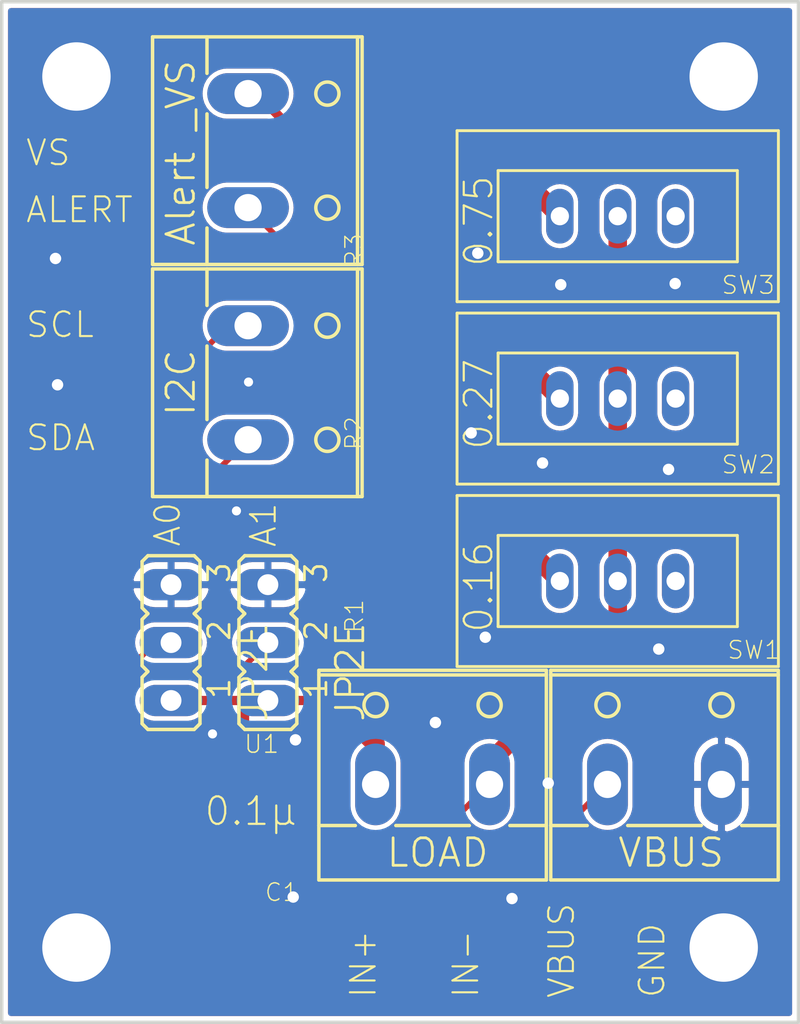
<source format=kicad_pcb>
(kicad_pcb (version 20171130) (host pcbnew 5.1.5)

  (general
    (thickness 1.6)
    (drawings 16)
    (tracks 115)
    (zones 0)
    (modules 14)
    (nets 14)
  )

  (page A4)
  (layers
    (0 Top signal hide)
    (31 Bottom signal)
    (32 B.Adhes user)
    (33 F.Adhes user)
    (34 B.Paste user)
    (35 F.Paste user)
    (36 B.SilkS user)
    (37 F.SilkS user)
    (38 B.Mask user)
    (39 F.Mask user)
    (40 Dwgs.User user)
    (41 Cmts.User user)
    (42 Eco1.User user)
    (43 Eco2.User user)
    (44 Edge.Cuts user)
    (45 Margin user)
    (46 B.CrtYd user)
    (47 F.CrtYd user)
    (48 B.Fab user)
    (49 F.Fab user)
  )

  (setup
    (last_trace_width 0.25)
    (user_trace_width 0.254)
    (user_trace_width 0.8128)
    (trace_clearance 0.1524)
    (zone_clearance 0.508)
    (zone_45_only no)
    (trace_min 0.2)
    (via_size 0.8)
    (via_drill 0.4)
    (via_min_size 0.4)
    (via_min_drill 0.3)
    (uvia_size 0.3)
    (uvia_drill 0.1)
    (uvias_allowed no)
    (uvia_min_size 0.2)
    (uvia_min_drill 0.1)
    (edge_width 0.15)
    (segment_width 0.2)
    (pcb_text_width 0.3)
    (pcb_text_size 1.5 1.5)
    (mod_edge_width 0.15)
    (mod_text_size 1 1)
    (mod_text_width 0.15)
    (pad_size 1.524 1.524)
    (pad_drill 0.762)
    (pad_to_mask_clearance 0.2)
    (aux_axis_origin 0 0)
    (visible_elements FFFFFF7F)
    (pcbplotparams
      (layerselection 0x010fc_ffffffff)
      (usegerberextensions true)
      (usegerberattributes false)
      (usegerberadvancedattributes false)
      (creategerberjobfile false)
      (excludeedgelayer true)
      (linewidth 0.100000)
      (plotframeref false)
      (viasonmask false)
      (mode 1)
      (useauxorigin false)
      (hpglpennumber 1)
      (hpglpenspeed 20)
      (hpglpendiameter 15.000000)
      (psnegative false)
      (psa4output false)
      (plotreference true)
      (plotvalue true)
      (plotinvisibletext false)
      (padsonsilk false)
      (subtractmaskfromsilk false)
      (outputformat 1)
      (mirror false)
      (drillshape 0)
      (scaleselection 1)
      (outputdirectory "gerbers/"))
  )

  (net 0 "")
  (net 1 GND)
  (net 2 /VS)
  (net 3 "Net-(J_A0-Pad2)")
  (net 4 "Net-(J_A1-Pad2)")
  (net 5 /R1)
  (net 6 /IN+)
  (net 7 /R2)
  (net 8 /R3)
  (net 9 /IN-)
  (net 10 "Net-(U1-Pad5)")
  (net 11 "Net-(U1-Pad4)")
  (net 12 "Net-(U1-Pad3)")
  (net 13 "Net-(U1-Pad8)")

  (net_class Default "This is the default net class."
    (clearance 0.1524)
    (trace_width 0.25)
    (via_dia 0.8)
    (via_drill 0.4)
    (uvia_dia 0.3)
    (uvia_drill 0.1)
    (add_net /IN+)
    (add_net /IN-)
    (add_net /R1)
    (add_net /R2)
    (add_net /R3)
    (add_net /VS)
    (add_net GND)
    (add_net "Net-(J_A0-Pad2)")
    (add_net "Net-(J_A1-Pad2)")
    (add_net "Net-(U1-Pad3)")
    (add_net "Net-(U1-Pad4)")
    (add_net "Net-(U1-Pad5)")
    (add_net "Net-(U1-Pad8)")
  )

  (module R2512 (layer Top) (tedit 0) (tstamp 5A6F3F8C)
    (at 148.8511 107.8286 90)
    (descr <b>RESISTOR</b>)
    (path /AF587FA3)
    (fp_text reference R1 (at -2.54 -1.905 90) (layer F.SilkS)
      (effects (font (size 0.77216 0.77216) (thickness 0.061772)) (justify left bottom))
    )
    (fp_text value 0.16 (at -2.54 3.8029 90) (layer F.SilkS)
      (effects (font (size 1.2065 1.2065) (thickness 0.09652)) (justify left bottom))
    )
    (fp_poly (pts (xy -0.5001 1) (xy 0.5001 1) (xy 0.5001 -1) (xy -0.5001 -1)) (layer F.Adhes) (width 0))
    (fp_poly (pts (xy 2.3622 1.5494) (xy 3.2121 1.5494) (xy 3.2121 -1.5507) (xy 2.3622 -1.5507)) (layer F.Fab) (width 0))
    (fp_poly (pts (xy -3.2004 1.5494) (xy -2.3505 1.5494) (xy -2.3505 -1.5507) (xy -3.2004 -1.5507)) (layer F.Fab) (width 0))
    (fp_line (start -3.973 1.983) (end -3.973 -1.983) (layer Dwgs.User) (width 0.0508))
    (fp_line (start 3.973 1.983) (end -3.973 1.983) (layer Dwgs.User) (width 0.0508))
    (fp_line (start 3.973 -1.983) (end 3.973 1.983) (layer Dwgs.User) (width 0.0508))
    (fp_line (start -3.973 -1.983) (end 3.973 -1.983) (layer Dwgs.User) (width 0.0508))
    (fp_line (start -2.362 1.473) (end 2.387 1.473) (layer F.Fab) (width 0.1524))
    (fp_line (start -2.362 -1.473) (end 2.387 -1.473) (layer F.Fab) (width 0.1524))
    (pad 2 smd rect (at 2.8 0 90) (size 1.8 3.2) (layers Top F.Paste F.Mask)
      (net 5 /R1))
    (pad 1 smd rect (at -2.8 0 90) (size 1.8 3.2) (layers Top F.Paste F.Mask)
      (net 6 /IN+))
  )

  (module R2512 (layer Top) (tedit 0) (tstamp 5A6F3F9A)
    (at 148.8511 99.8036 90)
    (descr <b>RESISTOR</b>)
    (path /061889F2)
    (fp_text reference R2 (at -2.54 -1.905 90) (layer F.SilkS)
      (effects (font (size 0.77216 0.77216) (thickness 0.061772)) (justify left bottom))
    )
    (fp_text value 0.27 (at -2.54 3.8029 90) (layer F.SilkS)
      (effects (font (size 1.2065 1.2065) (thickness 0.09652)) (justify left bottom))
    )
    (fp_poly (pts (xy -0.5001 1) (xy 0.5001 1) (xy 0.5001 -1) (xy -0.5001 -1)) (layer F.Adhes) (width 0))
    (fp_poly (pts (xy 2.3622 1.5494) (xy 3.2121 1.5494) (xy 3.2121 -1.5507) (xy 2.3622 -1.5507)) (layer F.Fab) (width 0))
    (fp_poly (pts (xy -3.2004 1.5494) (xy -2.3505 1.5494) (xy -2.3505 -1.5507) (xy -3.2004 -1.5507)) (layer F.Fab) (width 0))
    (fp_line (start -3.973 1.983) (end -3.973 -1.983) (layer Dwgs.User) (width 0.0508))
    (fp_line (start 3.973 1.983) (end -3.973 1.983) (layer Dwgs.User) (width 0.0508))
    (fp_line (start 3.973 -1.983) (end 3.973 1.983) (layer Dwgs.User) (width 0.0508))
    (fp_line (start -3.973 -1.983) (end 3.973 -1.983) (layer Dwgs.User) (width 0.0508))
    (fp_line (start -2.362 1.473) (end 2.387 1.473) (layer F.Fab) (width 0.1524))
    (fp_line (start -2.362 -1.473) (end 2.387 -1.473) (layer F.Fab) (width 0.1524))
    (pad 2 smd rect (at 2.8 0 90) (size 1.8 3.2) (layers Top F.Paste F.Mask)
      (net 7 /R2))
    (pad 1 smd rect (at -2.8 0 90) (size 1.8 3.2) (layers Top F.Paste F.Mask)
      (net 6 /IN+))
  )

  (module R2512 (layer Top) (tedit 0) (tstamp 5A6F3FA8)
    (at 148.8511 91.7786 90)
    (descr <b>RESISTOR</b>)
    (path /A33A402B)
    (fp_text reference R3 (at -2.54 -1.905 90) (layer F.SilkS)
      (effects (font (size 0.77216 0.77216) (thickness 0.061772)) (justify left bottom))
    )
    (fp_text value 0.75 (at -2.54 3.8029 90) (layer F.SilkS)
      (effects (font (size 1.2065 1.2065) (thickness 0.09652)) (justify left bottom))
    )
    (fp_poly (pts (xy -0.5001 1) (xy 0.5001 1) (xy 0.5001 -1) (xy -0.5001 -1)) (layer F.Adhes) (width 0))
    (fp_poly (pts (xy 2.3622 1.5494) (xy 3.2121 1.5494) (xy 3.2121 -1.5507) (xy 2.3622 -1.5507)) (layer F.Fab) (width 0))
    (fp_poly (pts (xy -3.2004 1.5494) (xy -2.3505 1.5494) (xy -2.3505 -1.5507) (xy -3.2004 -1.5507)) (layer F.Fab) (width 0))
    (fp_line (start -3.973 1.983) (end -3.973 -1.983) (layer Dwgs.User) (width 0.0508))
    (fp_line (start 3.973 1.983) (end -3.973 1.983) (layer Dwgs.User) (width 0.0508))
    (fp_line (start 3.973 -1.983) (end 3.973 1.983) (layer Dwgs.User) (width 0.0508))
    (fp_line (start -3.973 -1.983) (end 3.973 -1.983) (layer Dwgs.User) (width 0.0508))
    (fp_line (start -2.362 1.473) (end 2.387 1.473) (layer F.Fab) (width 0.1524))
    (fp_line (start -2.362 -1.473) (end 2.387 -1.473) (layer F.Fab) (width 0.1524))
    (pad 2 smd rect (at 2.8 0 90) (size 1.8 3.2) (layers Top F.Paste F.Mask)
      (net 8 /R3))
    (pad 1 smd rect (at -2.8 0 90) (size 1.8 3.2) (layers Top F.Paste F.Mask)
      (net 6 /IN+))
  )

  (module INA226_DGS_VSSOP_10 (layer Top) (tedit 0) (tstamp 5A6F3FB6)
    (at 141.5169 117.2421 270)
    (path /F9562130)
    (fp_text reference U1 (at 0 0 270) (layer F.SilkS) hide
      (effects (font (size 1.27 1.27) (thickness 0.15)) (justify right top))
    )
    (fp_text value INA226INA226AIDGS (at 0 0 270) (layer F.SilkS) hide
      (effects (font (size 1.27 1.27) (thickness 0.15)) (justify right top))
    )
    (fp_circle (center -1.1 1.2) (end -1 1.2) (layer F.Fab) (width 0.127))
    (fp_text user INA226 (at -0.9 0.2 270) (layer F.Fab)
      (effects (font (size 0.38608 0.38608) (thickness 0.032512)) (justify left bottom))
    )
    (fp_line (start -1.5 1.6) (end -1.5 -1.6) (layer F.Fab) (width 0.127))
    (fp_line (start 1.5 1.6) (end -1.5 1.6) (layer F.Fab) (width 0.127))
    (fp_line (start 1.5 -1.6) (end 1.5 1.6) (layer F.Fab) (width 0.127))
    (fp_line (start -1.5 -1.6) (end 1.5 -1.6) (layer F.Fab) (width 0.127))
    (pad 1 smd rect (at -1 2.2) (size 1.45 0.3) (layers Top F.Paste F.Mask)
      (net 4 "Net-(J_A1-Pad2)"))
    (pad 2 smd rect (at -0.5 2.2) (size 1.45 0.3) (layers Top F.Paste F.Mask)
      (net 3 "Net-(J_A0-Pad2)"))
    (pad 5 smd rect (at 1 2.2) (size 1.45 0.3) (layers Top F.Paste F.Mask)
      (net 10 "Net-(U1-Pad5)"))
    (pad 4 smd rect (at 0.5 2.2) (size 1.45 0.3) (layers Top F.Paste F.Mask)
      (net 11 "Net-(U1-Pad4)"))
    (pad 6 smd rect (at 1 -2.2) (size 1.45 0.3) (layers Top F.Paste F.Mask)
      (net 2 /VS))
    (pad 7 smd rect (at 0.5 -2.2) (size 1.45 0.3) (layers Top F.Paste F.Mask)
      (net 1 GND))
    (pad 10 smd rect (at -1 -2.2) (size 1.45 0.3) (layers Top F.Paste F.Mask)
      (net 6 /IN+))
    (pad 9 smd rect (at -0.5 -2.2) (size 1.45 0.3) (layers Top F.Paste F.Mask)
      (net 9 /IN-))
    (pad 3 smd rect (at 0 2.2) (size 1.45 0.3) (layers Top F.Paste F.Mask)
      (net 12 "Net-(U1-Pad3)"))
    (pad 8 smd rect (at 0 -2.2) (size 1.45 0.3) (layers Top F.Paste F.Mask)
      (net 13 "Net-(U1-Pad8)"))
  )

  (module W237-102 (layer Top) (tedit 0) (tstamp 5A6F3FC9)
    (at 149.9261 115.6786)
    (descr "<b>WAGO SCREW CLAMP</b>")
    (path /E8CB1A7C)
    (fp_text reference X1 (at -3.8462 5.0038) (layer F.SilkS) hide
      (effects (font (size 1.2065 1.2065) (thickness 0.127)) (justify left bottom))
    )
    (fp_text value LOAD (at -2.0981 4.9714) (layer F.SilkS)
      (effects (font (size 1.2065 1.2065) (thickness 0.12065)) (justify left bottom))
    )
    (fp_circle (center 2.5038 -2.2098) (end 3.0118 -2.2098) (layer F.SilkS) (width 0.1524))
    (fp_circle (center 2.5038 1.27) (end 4.0024 1.27) (layer F.Fab) (width 0.1524))
    (fp_circle (center -2.5 -2.2098) (end -1.992 -2.2098) (layer F.SilkS) (width 0.1524))
    (fp_circle (center -2.5 1.27) (end -1.0014 1.27) (layer F.Fab) (width 0.1524))
    (fp_line (start 1.615 3.073) (end 3.393 3.073) (layer F.Fab) (width 0.1524))
    (fp_line (start 4.993 -3.531) (end 4.993 3.073) (layer F.SilkS) (width 0.1524))
    (fp_line (start -4.989 -3.531) (end -4.989 -3.734) (layer F.SilkS) (width 0.1524))
    (fp_line (start -4.989 -3.531) (end 4.993 -3.531) (layer F.SilkS) (width 0.1524))
    (fp_line (start 4.993 3.073) (end 4.993 5.461) (layer F.SilkS) (width 0.1524))
    (fp_line (start -4.989 3.073) (end -4.989 -3.531) (layer F.SilkS) (width 0.1524))
    (fp_line (start 3.393 3.073) (end 4.993 3.073) (layer F.SilkS) (width 0.1524))
    (fp_line (start -1.611 3.073) (end 1.615 3.073) (layer F.SilkS) (width 0.1524))
    (fp_line (start -3.389 3.073) (end -1.611 3.073) (layer F.Fab) (width 0.1524))
    (fp_line (start -4.989 3.073) (end -3.389 3.073) (layer F.SilkS) (width 0.1524))
    (fp_line (start -4.989 5.461) (end -4.989 3.073) (layer F.SilkS) (width 0.1524))
    (fp_line (start 4.993 -3.734) (end -4.989 -3.734) (layer F.SilkS) (width 0.1524))
    (fp_line (start 4.993 -3.734) (end 4.993 -3.531) (layer F.SilkS) (width 0.1524))
    (fp_line (start -4.989 5.461) (end 4.993 5.461) (layer F.SilkS) (width 0.1524))
    (fp_line (start 1.488 2.261) (end 3.469 0.254) (layer F.Fab) (width 0.254))
    (fp_line (start -3.491 2.286) (end -1.484 0.279) (layer F.Fab) (width 0.254))
    (pad 2 thru_hole oval (at 2.5 1.27 90) (size 3.5814 1.7907) (drill 1.1938) (layers *.Cu *.Mask)
      (net 9 /IN-))
    (pad 1 thru_hole oval (at -2.5 1.27 90) (size 3.5814 1.7907) (drill 1.1938) (layers *.Cu *.Mask)
      (net 6 /IN+))
  )

  (module W237-102 (layer Top) (tedit 0) (tstamp 5A6F3FE2)
    (at 160.1011 115.6786)
    (descr "<b>WAGO SCREW CLAMP</b>")
    (path /2AA4A08E)
    (fp_text reference X2 (at -3.8462 5.0038) (layer F.SilkS) hide
      (effects (font (size 1.2065 1.2065) (thickness 0.127)) (justify left bottom))
    )
    (fp_text value VBUS (at -2.1131 4.9714) (layer F.SilkS)
      (effects (font (size 1.2065 1.2065) (thickness 0.12065)) (justify left bottom))
    )
    (fp_circle (center 2.5038 -2.2098) (end 3.0118 -2.2098) (layer F.SilkS) (width 0.1524))
    (fp_circle (center 2.5038 1.27) (end 4.0024 1.27) (layer F.Fab) (width 0.1524))
    (fp_circle (center -2.5 -2.2098) (end -1.992 -2.2098) (layer F.SilkS) (width 0.1524))
    (fp_circle (center -2.5 1.27) (end -1.0014 1.27) (layer F.Fab) (width 0.1524))
    (fp_line (start 1.615 3.073) (end 3.393 3.073) (layer F.Fab) (width 0.1524))
    (fp_line (start 4.993 -3.531) (end 4.993 3.073) (layer F.SilkS) (width 0.1524))
    (fp_line (start -4.989 -3.531) (end -4.989 -3.734) (layer F.SilkS) (width 0.1524))
    (fp_line (start -4.989 -3.531) (end 4.993 -3.531) (layer F.SilkS) (width 0.1524))
    (fp_line (start 4.993 3.073) (end 4.993 5.461) (layer F.SilkS) (width 0.1524))
    (fp_line (start -4.989 3.073) (end -4.989 -3.531) (layer F.SilkS) (width 0.1524))
    (fp_line (start 3.393 3.073) (end 4.993 3.073) (layer F.SilkS) (width 0.1524))
    (fp_line (start -1.611 3.073) (end 1.615 3.073) (layer F.SilkS) (width 0.1524))
    (fp_line (start -3.389 3.073) (end -1.611 3.073) (layer F.Fab) (width 0.1524))
    (fp_line (start -4.989 3.073) (end -3.389 3.073) (layer F.SilkS) (width 0.1524))
    (fp_line (start -4.989 5.461) (end -4.989 3.073) (layer F.SilkS) (width 0.1524))
    (fp_line (start 4.993 -3.734) (end -4.989 -3.734) (layer F.SilkS) (width 0.1524))
    (fp_line (start 4.993 -3.734) (end 4.993 -3.531) (layer F.SilkS) (width 0.1524))
    (fp_line (start -4.989 5.461) (end 4.993 5.461) (layer F.SilkS) (width 0.1524))
    (fp_line (start 1.488 2.261) (end 3.469 0.254) (layer F.Fab) (width 0.254))
    (fp_line (start -3.491 2.286) (end -1.484 0.279) (layer F.Fab) (width 0.254))
    (pad 2 thru_hole oval (at 2.5 1.27 90) (size 3.5814 1.7907) (drill 1.1938) (layers *.Cu *.Mask)
      (net 1 GND))
    (pad 1 thru_hole oval (at -2.5 1.27 90) (size 3.5814 1.7907) (drill 1.1938) (layers *.Cu *.Mask)
      (net 13 "Net-(U1-Pad8)"))
  )

  (module W237-102 (layer Top) (tedit 0) (tstamp 5A6F3FFB)
    (at 143.1011 89.1536 270)
    (descr "<b>WAGO SCREW CLAMP</b>")
    (path /46409BB9)
    (fp_text reference X4 (at -3.8462 5.0038 270) (layer F.SilkS) hide
      (effects (font (size 1.2065 1.2065) (thickness 0.127)) (justify right top))
    )
    (fp_text value "Alert _VS" (at -4.0636 4.9251 90) (layer F.SilkS)
      (effects (font (size 1.2065 1.2065) (thickness 0.12065)) (justify right top))
    )
    (fp_circle (center 2.5038 -2.2098) (end 3.0118 -2.2098) (layer F.SilkS) (width 0.1524))
    (fp_circle (center 2.5038 1.27) (end 4.0024 1.27) (layer F.Fab) (width 0.1524))
    (fp_circle (center -2.5 -2.2098) (end -1.992 -2.2098) (layer F.SilkS) (width 0.1524))
    (fp_circle (center -2.5 1.27) (end -1.0014 1.27) (layer F.Fab) (width 0.1524))
    (fp_line (start 1.615 3.073) (end 3.393 3.073) (layer F.Fab) (width 0.1524))
    (fp_line (start 4.993 -3.531) (end 4.993 3.073) (layer F.SilkS) (width 0.1524))
    (fp_line (start -4.989 -3.531) (end -4.989 -3.734) (layer F.SilkS) (width 0.1524))
    (fp_line (start -4.989 -3.531) (end 4.993 -3.531) (layer F.SilkS) (width 0.1524))
    (fp_line (start 4.993 3.073) (end 4.993 5.461) (layer F.SilkS) (width 0.1524))
    (fp_line (start -4.989 3.073) (end -4.989 -3.531) (layer F.SilkS) (width 0.1524))
    (fp_line (start 3.393 3.073) (end 4.993 3.073) (layer F.SilkS) (width 0.1524))
    (fp_line (start -1.611 3.073) (end 1.615 3.073) (layer F.SilkS) (width 0.1524))
    (fp_line (start -3.389 3.073) (end -1.611 3.073) (layer F.Fab) (width 0.1524))
    (fp_line (start -4.989 3.073) (end -3.389 3.073) (layer F.SilkS) (width 0.1524))
    (fp_line (start -4.989 5.461) (end -4.989 3.073) (layer F.SilkS) (width 0.1524))
    (fp_line (start 4.993 -3.734) (end -4.989 -3.734) (layer F.SilkS) (width 0.1524))
    (fp_line (start 4.993 -3.734) (end 4.993 -3.531) (layer F.SilkS) (width 0.1524))
    (fp_line (start -4.989 5.461) (end 4.993 5.461) (layer F.SilkS) (width 0.1524))
    (fp_line (start 1.488 2.261) (end 3.469 0.254) (layer F.Fab) (width 0.254))
    (fp_line (start -3.491 2.286) (end -1.484 0.279) (layer F.Fab) (width 0.254))
    (pad 2 thru_hole oval (at 2.5 1.27) (size 3.5814 1.7907) (drill 1.1938) (layers *.Cu *.Mask)
      (net 12 "Net-(U1-Pad3)"))
    (pad 1 thru_hole oval (at -2.5 1.27) (size 3.5814 1.7907) (drill 1.1938) (layers *.Cu *.Mask)
      (net 2 /VS))
  )

  (module W237-102 (layer Top) (tedit 0) (tstamp 5A6F4014)
    (at 143.1011 99.3321 270)
    (descr "<b>WAGO SCREW CLAMP</b>")
    (path /3F730098)
    (fp_text reference X5 (at -3.8462 5.0038 270) (layer F.SilkS) hide
      (effects (font (size 1.2065 1.2065) (thickness 0.127)) (justify right top))
    )
    (fp_text value I2C (at -1.5421 4.9251 90) (layer F.SilkS)
      (effects (font (size 1.2065 1.2065) (thickness 0.12065)) (justify right top))
    )
    (fp_circle (center 2.5038 -2.2098) (end 3.0118 -2.2098) (layer F.SilkS) (width 0.1524))
    (fp_circle (center 2.5038 1.27) (end 4.0024 1.27) (layer F.Fab) (width 0.1524))
    (fp_circle (center -2.5 -2.2098) (end -1.992 -2.2098) (layer F.SilkS) (width 0.1524))
    (fp_circle (center -2.5 1.27) (end -1.0014 1.27) (layer F.Fab) (width 0.1524))
    (fp_line (start 1.615 3.073) (end 3.393 3.073) (layer F.Fab) (width 0.1524))
    (fp_line (start 4.993 -3.531) (end 4.993 3.073) (layer F.SilkS) (width 0.1524))
    (fp_line (start -4.989 -3.531) (end -4.989 -3.734) (layer F.SilkS) (width 0.1524))
    (fp_line (start -4.989 -3.531) (end 4.993 -3.531) (layer F.SilkS) (width 0.1524))
    (fp_line (start 4.993 3.073) (end 4.993 5.461) (layer F.SilkS) (width 0.1524))
    (fp_line (start -4.989 3.073) (end -4.989 -3.531) (layer F.SilkS) (width 0.1524))
    (fp_line (start 3.393 3.073) (end 4.993 3.073) (layer F.SilkS) (width 0.1524))
    (fp_line (start -1.611 3.073) (end 1.615 3.073) (layer F.SilkS) (width 0.1524))
    (fp_line (start -3.389 3.073) (end -1.611 3.073) (layer F.Fab) (width 0.1524))
    (fp_line (start -4.989 3.073) (end -3.389 3.073) (layer F.SilkS) (width 0.1524))
    (fp_line (start -4.989 5.461) (end -4.989 3.073) (layer F.SilkS) (width 0.1524))
    (fp_line (start 4.993 -3.734) (end -4.989 -3.734) (layer F.SilkS) (width 0.1524))
    (fp_line (start 4.993 -3.734) (end 4.993 -3.531) (layer F.SilkS) (width 0.1524))
    (fp_line (start -4.989 5.461) (end 4.993 5.461) (layer F.SilkS) (width 0.1524))
    (fp_line (start 1.488 2.261) (end 3.469 0.254) (layer F.Fab) (width 0.254))
    (fp_line (start -3.491 2.286) (end -1.484 0.279) (layer F.Fab) (width 0.254))
    (pad 2 thru_hole oval (at 2.5 1.27) (size 3.5814 1.7907) (drill 1.1938) (layers *.Cu *.Mask)
      (net 11 "Net-(U1-Pad4)"))
    (pad 1 thru_hole oval (at -2.5 1.27) (size 3.5814 1.7907) (drill 1.1938) (layers *.Cu *.Mask)
      (net 10 "Net-(U1-Pad5)"))
  )

  (module JP2 (layer Top) (tedit 0) (tstamp 5A6F402D)
    (at 142.7011 110.7286 90)
    (descr <b>JUMPER</b>)
    (path /37922004)
    (fp_text reference J_A1 (at -3.556 -1.651 90) (layer F.SilkS) hide
      (effects (font (size 1.2065 1.2065) (thickness 0.127)) (justify left bottom))
    )
    (fp_text value JP2E (at -3.556 4.318 90) (layer F.SilkS)
      (effects (font (size 1.2065 1.2065) (thickness 0.12065)) (justify left bottom))
    )
    (fp_poly (pts (xy 2.2352 0.3048) (xy 2.8448 0.3048) (xy 2.8448 -0.3048) (xy 2.2352 -0.3048)) (layer F.Fab) (width 0))
    (fp_poly (pts (xy -0.3048 0.3048) (xy 0.3048 0.3048) (xy 0.3048 -0.3048) (xy -0.3048 -0.3048)) (layer F.Fab) (width 0))
    (fp_poly (pts (xy -2.8448 0.3048) (xy -2.2352 0.3048) (xy -2.2352 -0.3048) (xy -2.8448 -0.3048)) (layer F.Fab) (width 0))
    (fp_text user 3 (at 2.54 2.667 90) (layer F.SilkS)
      (effects (font (size 0.94107 0.94107) (thickness 0.118872)) (justify left bottom))
    )
    (fp_text user 2 (at 0 2.667 90) (layer F.SilkS)
      (effects (font (size 0.94107 0.94107) (thickness 0.118872)) (justify left bottom))
    )
    (fp_text user 1 (at -2.54 2.667 90) (layer F.SilkS)
      (effects (font (size 0.94107 0.94107) (thickness 0.118872)) (justify left bottom))
    )
    (fp_line (start -1.524 1.27) (end -3.556 1.27) (layer F.SilkS) (width 0.1524))
    (fp_line (start 1.016 1.27) (end -1.016 1.27) (layer F.SilkS) (width 0.1524))
    (fp_line (start -3.81 1.016) (end -3.556 1.27) (layer F.SilkS) (width 0.1524))
    (fp_line (start -1.524 1.27) (end -1.27 1.016) (layer F.SilkS) (width 0.1524))
    (fp_line (start -1.27 1.016) (end -1.016 1.27) (layer F.SilkS) (width 0.1524))
    (fp_line (start 1.016 1.27) (end 1.27 1.016) (layer F.SilkS) (width 0.1524))
    (fp_line (start -1.524 -1.27) (end -3.556 -1.27) (layer F.SilkS) (width 0.1524))
    (fp_line (start -3.81 -1.016) (end -3.556 -1.27) (layer F.SilkS) (width 0.1524))
    (fp_line (start -1.524 -1.27) (end -1.27 -1.016) (layer F.SilkS) (width 0.1524))
    (fp_line (start -1.27 -1.016) (end -1.016 -1.27) (layer F.SilkS) (width 0.1524))
    (fp_line (start 1.016 -1.27) (end -1.016 -1.27) (layer F.SilkS) (width 0.1524))
    (fp_line (start 1.016 -1.27) (end 1.27 -1.016) (layer F.SilkS) (width 0.1524))
    (fp_line (start 3.81 -1.016) (end 3.81 1.016) (layer F.SilkS) (width 0.1524))
    (fp_line (start 3.556 -1.27) (end 3.81 -1.016) (layer F.SilkS) (width 0.1524))
    (fp_line (start 3.556 1.27) (end 3.81 1.016) (layer F.SilkS) (width 0.1524))
    (fp_line (start 1.27 1.016) (end 1.524 1.27) (layer F.SilkS) (width 0.1524))
    (fp_line (start 3.556 1.27) (end 1.524 1.27) (layer F.SilkS) (width 0.1524))
    (fp_line (start 1.27 -1.016) (end 1.524 -1.27) (layer F.SilkS) (width 0.1524))
    (fp_line (start 3.556 -1.27) (end 1.524 -1.27) (layer F.SilkS) (width 0.1524))
    (fp_line (start -3.81 1.016) (end -3.81 -1.016) (layer F.SilkS) (width 0.1524))
    (pad 3 thru_hole oval (at 2.54 0 180) (size 2.7432 1.3716) (drill 0.9144) (layers *.Cu *.Mask)
      (net 1 GND))
    (pad 2 thru_hole oval (at 0 0 180) (size 2.7432 1.3716) (drill 0.9144) (layers *.Cu *.Mask)
      (net 4 "Net-(J_A1-Pad2)"))
    (pad 1 thru_hole oval (at -2.54 0 180) (size 2.7432 1.3716) (drill 0.9144) (layers *.Cu *.Mask)
      (net 2 /VS))
  )

  (module JP2 (layer Top) (tedit 0) (tstamp 5A6F404D)
    (at 138.4511 110.7286 90)
    (descr <b>JUMPER</b>)
    (path /8F46FB2B)
    (fp_text reference J_A0 (at -3.556 -1.651 90) (layer F.SilkS) hide
      (effects (font (size 1.2065 1.2065) (thickness 0.127)) (justify left bottom))
    )
    (fp_text value JP2E (at -3.556 4.318 90) (layer F.SilkS)
      (effects (font (size 1.2065 1.2065) (thickness 0.12065)) (justify left bottom))
    )
    (fp_poly (pts (xy 2.2352 0.3048) (xy 2.8448 0.3048) (xy 2.8448 -0.3048) (xy 2.2352 -0.3048)) (layer F.Fab) (width 0))
    (fp_poly (pts (xy -0.3048 0.3048) (xy 0.3048 0.3048) (xy 0.3048 -0.3048) (xy -0.3048 -0.3048)) (layer F.Fab) (width 0))
    (fp_poly (pts (xy -2.8448 0.3048) (xy -2.2352 0.3048) (xy -2.2352 -0.3048) (xy -2.8448 -0.3048)) (layer F.Fab) (width 0))
    (fp_text user 3 (at 2.54 2.667 90) (layer F.SilkS)
      (effects (font (size 0.94107 0.94107) (thickness 0.118872)) (justify left bottom))
    )
    (fp_text user 2 (at 0 2.667 90) (layer F.SilkS)
      (effects (font (size 0.94107 0.94107) (thickness 0.118872)) (justify left bottom))
    )
    (fp_text user 1 (at -2.54 2.667 90) (layer F.SilkS)
      (effects (font (size 0.94107 0.94107) (thickness 0.118872)) (justify left bottom))
    )
    (fp_line (start -1.524 1.27) (end -3.556 1.27) (layer F.SilkS) (width 0.1524))
    (fp_line (start 1.016 1.27) (end -1.016 1.27) (layer F.SilkS) (width 0.1524))
    (fp_line (start -3.81 1.016) (end -3.556 1.27) (layer F.SilkS) (width 0.1524))
    (fp_line (start -1.524 1.27) (end -1.27 1.016) (layer F.SilkS) (width 0.1524))
    (fp_line (start -1.27 1.016) (end -1.016 1.27) (layer F.SilkS) (width 0.1524))
    (fp_line (start 1.016 1.27) (end 1.27 1.016) (layer F.SilkS) (width 0.1524))
    (fp_line (start -1.524 -1.27) (end -3.556 -1.27) (layer F.SilkS) (width 0.1524))
    (fp_line (start -3.81 -1.016) (end -3.556 -1.27) (layer F.SilkS) (width 0.1524))
    (fp_line (start -1.524 -1.27) (end -1.27 -1.016) (layer F.SilkS) (width 0.1524))
    (fp_line (start -1.27 -1.016) (end -1.016 -1.27) (layer F.SilkS) (width 0.1524))
    (fp_line (start 1.016 -1.27) (end -1.016 -1.27) (layer F.SilkS) (width 0.1524))
    (fp_line (start 1.016 -1.27) (end 1.27 -1.016) (layer F.SilkS) (width 0.1524))
    (fp_line (start 3.81 -1.016) (end 3.81 1.016) (layer F.SilkS) (width 0.1524))
    (fp_line (start 3.556 -1.27) (end 3.81 -1.016) (layer F.SilkS) (width 0.1524))
    (fp_line (start 3.556 1.27) (end 3.81 1.016) (layer F.SilkS) (width 0.1524))
    (fp_line (start 1.27 1.016) (end 1.524 1.27) (layer F.SilkS) (width 0.1524))
    (fp_line (start 3.556 1.27) (end 1.524 1.27) (layer F.SilkS) (width 0.1524))
    (fp_line (start 1.27 -1.016) (end 1.524 -1.27) (layer F.SilkS) (width 0.1524))
    (fp_line (start 3.556 -1.27) (end 1.524 -1.27) (layer F.SilkS) (width 0.1524))
    (fp_line (start -3.81 1.016) (end -3.81 -1.016) (layer F.SilkS) (width 0.1524))
    (pad 3 thru_hole oval (at 2.54 0 180) (size 2.7432 1.3716) (drill 0.9144) (layers *.Cu *.Mask)
      (net 1 GND))
    (pad 2 thru_hole oval (at 0 0 180) (size 2.7432 1.3716) (drill 0.9144) (layers *.Cu *.Mask)
      (net 3 "Net-(J_A0-Pad2)"))
    (pad 1 thru_hole oval (at -2.54 0 180) (size 2.7432 1.3716) (drill 0.9144) (layers *.Cu *.Mask)
      (net 2 /VS))
  )

  (module C0805 (layer Top) (tedit 0) (tstamp 5A6F406D)
    (at 142.8384 119.9585 180)
    (descr <b>CAPACITOR</b><p>)
    (path /AD1473B4)
    (fp_text reference C1 (at -1.27 -1.27) (layer F.SilkS)
      (effects (font (size 0.77216 0.77216) (thickness 0.061772)) (justify right top))
    )
    (fp_text value 0.1µ (at -1.27 2.54) (layer F.SilkS)
      (effects (font (size 1.2065 1.2065) (thickness 0.09652)) (justify right top))
    )
    (fp_poly (pts (xy -0.1001 0.4001) (xy 0.1001 0.4001) (xy 0.1001 -0.4001) (xy -0.1001 -0.4001)) (layer F.Adhes) (width 0))
    (fp_poly (pts (xy 0.3556 0.7239) (xy 1.1057 0.7239) (xy 1.1057 -0.7262) (xy 0.3556 -0.7262)) (layer F.Fab) (width 0))
    (fp_poly (pts (xy -1.0922 0.7239) (xy -0.3421 0.7239) (xy -0.3421 -0.7262) (xy -1.0922 -0.7262)) (layer F.Fab) (width 0))
    (fp_line (start 1.973 -0.983) (end 1.973 0.983) (layer Dwgs.User) (width 0.0508))
    (fp_line (start -0.356 0.66) (end 0.381 0.66) (layer F.Fab) (width 0.1016))
    (fp_line (start -0.381 -0.66) (end 0.381 -0.66) (layer F.Fab) (width 0.1016))
    (fp_line (start -1.973 0.983) (end -1.973 -0.983) (layer Dwgs.User) (width 0.0508))
    (fp_line (start 1.973 0.983) (end -1.973 0.983) (layer Dwgs.User) (width 0.0508))
    (fp_line (start -1.973 -0.983) (end 1.973 -0.983) (layer Dwgs.User) (width 0.0508))
    (pad 2 smd rect (at 0.95 0 180) (size 1.3 1.5) (layers Top F.Paste F.Mask)
      (net 2 /VS))
    (pad 1 smd rect (at -0.95 0 180) (size 1.3 1.5) (layers Top F.Paste F.Mask)
      (net 1 GND))
  )

  (module 25136NAH (layer Top) (tedit 0) (tstamp 5A6F407B)
    (at 158.0511 108.0286 180)
    (path /E9E31E47)
    (fp_text reference SW1 (at -4.7629 -3.4774) (layer F.SilkS)
      (effects (font (size 0.77216 0.77216) (thickness 0.061772)) (justify left bottom))
    )
    (fp_text value APEM_SWITCH_25000N25436NAH_3PIN (at 0 0 180) (layer F.SilkS) hide
      (effects (font (size 1.27 1.27) (thickness 0.15)) (justify right top))
    )
    (fp_line (start 5.25 2) (end -5.25 2) (layer F.SilkS) (width 0.127))
    (fp_line (start 5.25 -2) (end 5.25 2) (layer F.SilkS) (width 0.127))
    (fp_line (start -5.25 -2) (end 5.25 -2) (layer F.SilkS) (width 0.127))
    (fp_line (start -5.25 2) (end -5.25 -2) (layer F.SilkS) (width 0.127))
    (fp_line (start -7.05 -3.75) (end 7.05 -3.75) (layer F.SilkS) (width 0.127))
    (fp_line (start -7.05 3.75) (end -7.05 -3.75) (layer F.SilkS) (width 0.127))
    (fp_line (start 7.05 3.75) (end -7.05 3.75) (layer F.SilkS) (width 0.127))
    (fp_line (start 7.05 -3.75) (end 7.05 3.75) (layer F.SilkS) (width 0.127))
    (pad P$3 thru_hole oval (at 2.54 0 270) (size 2.4 1.2) (drill 0.8) (layers *.Cu *.Mask)
      (net 5 /R1))
    (pad P$2 thru_hole oval (at 0 0 270) (size 2.4 1.2) (drill 0.8) (layers *.Cu *.Mask)
      (net 9 /IN-))
    (pad P$1 thru_hole oval (at -2.54 0 270) (size 2.4 1.2) (drill 0.8) (layers *.Cu *.Mask))
  )

  (module 25136NAH (layer Top) (tedit 0) (tstamp 5A6F408B)
    (at 158.0511 100.0286 180)
    (path /49939659)
    (fp_text reference SW2 (at -4.5089 -3.3494) (layer F.SilkS)
      (effects (font (size 0.77216 0.77216) (thickness 0.061772)) (justify left bottom))
    )
    (fp_text value APEM_SWITCH_25000N25436NAH_3PIN (at 0 0 180) (layer F.SilkS) hide
      (effects (font (size 1.27 1.27) (thickness 0.15)) (justify right top))
    )
    (fp_line (start 5.25 2) (end -5.25 2) (layer F.SilkS) (width 0.127))
    (fp_line (start 5.25 -2) (end 5.25 2) (layer F.SilkS) (width 0.127))
    (fp_line (start -5.25 -2) (end 5.25 -2) (layer F.SilkS) (width 0.127))
    (fp_line (start -5.25 2) (end -5.25 -2) (layer F.SilkS) (width 0.127))
    (fp_line (start -7.05 -3.75) (end 7.05 -3.75) (layer F.SilkS) (width 0.127))
    (fp_line (start -7.05 3.75) (end -7.05 -3.75) (layer F.SilkS) (width 0.127))
    (fp_line (start 7.05 3.75) (end -7.05 3.75) (layer F.SilkS) (width 0.127))
    (fp_line (start 7.05 -3.75) (end 7.05 3.75) (layer F.SilkS) (width 0.127))
    (pad P$3 thru_hole oval (at 2.54 0 270) (size 2.4 1.2) (drill 0.8) (layers *.Cu *.Mask)
      (net 7 /R2))
    (pad P$2 thru_hole oval (at 0 0 270) (size 2.4 1.2) (drill 0.8) (layers *.Cu *.Mask)
      (net 9 /IN-))
    (pad P$1 thru_hole oval (at -2.54 0 270) (size 2.4 1.2) (drill 0.8) (layers *.Cu *.Mask))
  )

  (module 25136NAH (layer Top) (tedit 0) (tstamp 5A6F409B)
    (at 158.0511 92.0286 180)
    (path /D315FB4B)
    (fp_text reference SW3 (at -4.5089 -3.4754) (layer F.SilkS)
      (effects (font (size 0.77216 0.77216) (thickness 0.061772)) (justify left bottom))
    )
    (fp_text value APEM_SWITCH_25000N25436NAH_3PIN (at 0 0 180) (layer F.SilkS) hide
      (effects (font (size 1.27 1.27) (thickness 0.15)) (justify right top))
    )
    (fp_line (start 5.25 2) (end -5.25 2) (layer F.SilkS) (width 0.127))
    (fp_line (start 5.25 -2) (end 5.25 2) (layer F.SilkS) (width 0.127))
    (fp_line (start -5.25 -2) (end 5.25 -2) (layer F.SilkS) (width 0.127))
    (fp_line (start -5.25 2) (end -5.25 -2) (layer F.SilkS) (width 0.127))
    (fp_line (start -7.05 -3.75) (end 7.05 -3.75) (layer F.SilkS) (width 0.127))
    (fp_line (start -7.05 3.75) (end -7.05 -3.75) (layer F.SilkS) (width 0.127))
    (fp_line (start 7.05 3.75) (end -7.05 3.75) (layer F.SilkS) (width 0.127))
    (fp_line (start 7.05 -3.75) (end 7.05 3.75) (layer F.SilkS) (width 0.127))
    (pad P$3 thru_hole oval (at 2.54 0 270) (size 2.4 1.2) (drill 0.8) (layers *.Cu *.Mask)
      (net 8 /R3))
    (pad P$2 thru_hole oval (at 0 0 270) (size 2.4 1.2) (drill 0.8) (layers *.Cu *.Mask)
      (net 9 /IN-))
    (pad P$1 thru_hole oval (at -2.54 0 270) (size 2.4 1.2) (drill 0.8) (layers *.Cu *.Mask))
  )

  (gr_line (start 131.0211 127.3836) (end 165.9811 127.3836) (layer Edge.Cuts) (width 0.15) (tstamp A2775BA0))
  (gr_line (start 165.9811 127.3836) (end 165.9811 82.6236) (layer Edge.Cuts) (width 0.15) (tstamp A276E400))
  (gr_line (start 165.9811 82.6236) (end 131.0211 82.6236) (layer Edge.Cuts) (width 0.15) (tstamp A276E860))
  (gr_line (start 131.0211 82.6236) (end 131.0211 127.3836) (layer Edge.Cuts) (width 0.15) (tstamp A276ECC0))
  (gr_text IN- (at 152.0211 126.3836 90) (layer F.SilkS) (tstamp A276F1E0)
    (effects (font (size 1.08585 1.08585) (thickness 0.09144)) (justify left bottom))
  )
  (gr_text IN+ (at 147.5211 126.3836 90) (layer F.SilkS) (tstamp A269F770)
    (effects (font (size 1.08585 1.08585) (thickness 0.09144)) (justify left bottom))
  )
  (gr_text VBUS (at 156.2211 126.3836 90) (layer F.SilkS) (tstamp A269FCC0)
    (effects (font (size 1.08585 1.08585) (thickness 0.09144)) (justify left bottom))
  )
  (gr_text GND (at 160.1911 126.3836 90) (layer F.SilkS) (tstamp A26A0230)
    (effects (font (size 1.08585 1.08585) (thickness 0.09144)) (justify left bottom))
  )
  (gr_text VS (at 132.0211 89.8836) (layer F.SilkS) (tstamp A26DA3F0)
    (effects (font (size 1.08585 1.08585) (thickness 0.09144)) (justify left bottom))
  )
  (gr_text ALERT (at 132.0211 92.3836) (layer F.SilkS) (tstamp A26DA940)
    (effects (font (size 1.08585 1.08585) (thickness 0.09144)) (justify left bottom))
  )
  (gr_text SCL (at 132.0211 97.4236) (layer F.SilkS) (tstamp A26DAE90)
    (effects (font (size 1.08585 1.08585) (thickness 0.09144)) (justify left bottom))
  )
  (gr_text SDA (at 132.0211 102.3836) (layer F.SilkS) (tstamp A26DEBE0)
    (effects (font (size 1.08585 1.08585) (thickness 0.09144)) (justify left bottom))
  )
  (gr_text A0 (at 138.9311 106.5836 90) (layer F.SilkS) (tstamp A26DF110)
    (effects (font (size 1.08585 1.08585) (thickness 0.09144)) (justify left bottom))
  )
  (gr_text A1 (at 143.1361 106.6086 90) (layer F.SilkS) (tstamp A26DF680)
    (effects (font (size 1.08585 1.08585) (thickness 0.09144)) (justify left bottom))
  )
  (gr_text "eco_measurement_ina226 v.0.4" (at 147.574 84.074) (layer F.Mask) (tstamp A26ABC70)
    (effects (font (size 0.75 0.75) (thickness 0.1524)) (justify left bottom))
  )
  (gr_text U1 (at 141.6111 115.6336) (layer F.SilkS) (tstamp A2C3B6E0)
    (effects (font (size 0.77216 0.77216) (thickness 0.065024)) (justify left bottom))
  )

  (via (at 143.8111 121.8886) (size 0.8556) (drill 0.5) (layers Top Bottom) (net 1) (tstamp A3355DE0))
  (segment (start 143.7169 117.7421) (end 144.5396 117.7421) (width 0.254) (layer Top) (net 1) (tstamp A2E74A20) (status 10))
  (segment (start 144.5396 117.7421) (end 144.8011 118.0036) (width 0.254) (layer Top) (net 1) (tstamp A2E74F30))
  (segment (start 144.8011 118.0036) (end 144.8011 120.0286) (width 0.254) (layer Top) (net 1) (tstamp A2E753F0))
  (segment (start 143.7884 119.9585) (end 144.731 119.9585) (width 0.254) (layer Top) (net 1) (tstamp A2E75890) (status 10))
  (segment (start 144.731 119.9585) (end 144.8011 120.0286) (width 0.254) (layer Top) (net 1) (tstamp A3256800))
  (via (at 134.3011 124.1036) (size 3.3556) (drill 3) (layers Top Bottom) (net 1) (tstamp A3256C90))
  (via (at 134.3011 85.9036) (size 3.3556) (drill 3) (layers Top Bottom) (net 1) (tstamp A3256FB0))
  (via (at 162.7011 124.1036) (size 3.3556) (drill 3) (layers Top Bottom) (net 1) (tstamp A3257300))
  (via (at 162.7011 85.9036) (size 3.3556) (drill 3) (layers Top Bottom) (net 1) (tstamp A3257650))
  (via (at 159.8511 111.0136) (size 0.8556) (drill 0.5) (layers Top Bottom) (net 1) (tstamp A312F6D0))
  (via (at 150.0511 114.2336) (size 0.8556) (drill 0.5) (layers Top Bottom) (net 1) (tstamp A312FA20))
  (via (at 152.2411 110.4936) (size 0.8556) (drill 0.5) (layers Top Bottom) (net 1) (tstamp A312FD70))
  (via (at 133.4711 99.4236) (size 0.8556) (drill 0.5) (layers Top Bottom) (net 1) (tstamp A1A03A00))
  (via (at 151.6211 101.5336) (size 0.8556) (drill 0.5) (layers Top Bottom) (net 1) (tstamp A1A03CD0))
  (via (at 154.7511 102.8536) (size 0.8556) (drill 0.5) (layers Top Bottom) (net 1) (tstamp A1A04020))
  (via (at 160.2811 103.1336) (size 0.8556) (drill 0.5) (layers Top Bottom) (net 1) (tstamp A1A04370))
  (via (at 160.5711 94.9836) (size 0.8556) (drill 0.5) (layers Top Bottom) (net 1) (tstamp A1A046C0))
  (via (at 155.5511 95.0336) (size 0.8556) (drill 0.5) (layers Top Bottom) (net 1) (tstamp A1A04A10))
  (via (at 151.9111 93.6536) (size 0.8556) (drill 0.5) (layers Top Bottom) (net 1) (tstamp A1A04D60))
  (via (at 143.9111 114.9936) (size 0.8556) (drill 0.5) (layers Top Bottom) (net 1) (tstamp A3538DC0))
  (via (at 140.2711 114.7336) (size 0.7556) (drill 0.4) (layers Top Bottom) (net 1) (tstamp A3539110))
  (via (at 141.8511 99.3036) (size 0.7556) (drill 0.4) (layers Top Bottom) (net 1) (tstamp A3539460))
  (via (at 141.3211 104.9536) (size 0.7556) (drill 0.4) (layers Top Bottom) (net 1) (tstamp A35397B0))
  (via (at 153.4111 121.9536) (size 0.8556) (drill 0.5) (layers Top Bottom) (net 1) (tstamp A3539B00))
  (via (at 133.3811 93.8836) (size 0.8556) (drill 0.5) (layers Top Bottom) (net 1) (tstamp A3539E50))
  (via (at 155.0011 116.8936) (size 0.8556) (drill 0.5) (layers Top Bottom) (net 1) (tstamp A3127D10))
  (segment (start 141.6761 118.2536) (end 143.7054 118.2536) (width 0.254) (layer Top) (net 2) (tstamp A26D4BB0) (status 20))
  (segment (start 143.7054 118.2536) (end 143.7169 118.2421) (width 0.254) (layer Top) (net 2) (tstamp A26D50D0) (status 30))
  (segment (start 141.6511 118.2786) (end 141.6511 119.7962) (width 0.4064) (layer Top) (net 2) (tstamp A26D55A0) (status 20))
  (segment (start 141.6511 119.7962) (end 141.8884 119.9585) (width 0.4064) (layer Top) (net 2) (tstamp A26D5A30) (status 30))
  (segment (start 141.6761 118.2536) (end 141.6511 118.2786) (width 0.254) (layer Top) (net 2) (tstamp A26A5F80))
  (segment (start 142.7011 113.2686) (end 142.2111 113.2686) (width 0.254) (layer Top) (net 2) (tstamp A26A6460) (status 30))
  (segment (start 141.8311 86.6536) (end 142.2411 86.6536) (width 0.4064) (layer Top) (net 2) (tstamp A26A6B00) (status 30))
  (segment (start 142.2411 86.6536) (end 144.7511 89.2836) (width 0.4064) (layer Top) (net 2) (tstamp A24B1000) (status 10))
  (segment (start 144.7511 89.2836) (end 144.7511 112.8736) (width 0.4064) (layer Top) (net 2) (tstamp A24B14B0))
  (segment (start 144.7511 112.8736) (end 144.4561 113.2686) (width 0.4064) (layer Top) (net 2) (tstamp A24B1960))
  (segment (start 144.4561 113.2686) (end 142.2111 113.2686) (width 0.4064) (layer Top) (net 2) (tstamp A24B1E30) (status 20))
  (segment (start 138.4511 113.2686) (end 141.6761 113.2686) (width 0.4064) (layer Top) (net 2) (tstamp A24B2310) (status 30))
  (segment (start 141.6761 113.2686) (end 142.2111 113.2686) (width 0.4064) (layer Top) (net 2) (tstamp A24D67F0) (status 30))
  (segment (start 141.6761 118.2536) (end 141.6761 113.2686) (width 0.4064) (layer Top) (net 2) (tstamp A24D6CD0) (status 20))
  (segment (start 138.4511 110.7286) (end 137.7511 110.7286) (width 0.254) (layer Top) (net 3) (tstamp A25753C0) (status 30))
  (segment (start 137.7511 110.7286) (end 136.1011 112.3786) (width 0.254) (layer Top) (net 3) (tstamp A25758B0) (status 10))
  (segment (start 136.1011 112.3786) (end 136.1011 115.7536) (width 0.254) (layer Top) (net 3) (tstamp A2575D70))
  (segment (start 136.1011 115.7536) (end 137.1011 116.7436) (width 0.254) (layer Top) (net 3) (tstamp A252AE20))
  (segment (start 137.1011 116.7436) (end 139.3054 116.7436) (width 0.254) (layer Top) (net 3) (tstamp A252B2C0) (status 20))
  (segment (start 139.3054 116.7436) (end 139.3169 116.7421) (width 0.254) (layer Top) (net 3) (tstamp A252B770) (status 30))
  (segment (start 142.7011 110.7286) (end 141.4011 112.0286) (width 0.254) (layer Top) (net 4) (tstamp 9E40D0C0) (status 10))
  (segment (start 141.4011 112.0286) (end 137.1761 112.0286) (width 0.254) (layer Top) (net 4) (tstamp 9E40D5B0))
  (segment (start 137.1761 112.0286) (end 136.6761 112.5286) (width 0.254) (layer Top) (net 4) (tstamp 9E40DA70))
  (segment (start 136.6761 112.5286) (end 136.6761 115.5036) (width 0.254) (layer Top) (net 4) (tstamp A1A05F30))
  (segment (start 136.6761 115.5036) (end 137.4011 116.2286) (width 0.254) (layer Top) (net 4) (tstamp A1A063E0))
  (segment (start 137.4011 116.2286) (end 139.3034 116.2286) (width 0.254) (layer Top) (net 4) (tstamp A1A06890) (status 20))
  (segment (start 139.3034 116.2286) (end 139.3169 116.2421) (width 0.254) (layer Top) (net 4) (tstamp A1A06D60) (status 30))
  (segment (start 155.5111 108.0286) (end 152.5111 105.0286) (width 0.8128) (layer Top) (net 5) (tstamp A2C3D010) (status 10))
  (segment (start 152.5111 105.0286) (end 148.8511 105.0286) (width 0.8128) (layer Top) (net 5) (tstamp A2C3D510) (status 20))
  (segment (start 148.8511 94.5786) (end 146.2261 94.5786) (width 0.8128) (layer Top) (net 6) (tstamp A272E090) (status 10))
  (segment (start 146.2261 94.5786) (end 146.2261 102.6786) (width 0.8128) (layer Top) (net 6) (tstamp A26CDD40))
  (segment (start 146.2261 102.6786) (end 146.2261 110.6786) (width 0.8128) (layer Top) (net 6) (tstamp A26CE230))
  (segment (start 146.2261 110.6786) (end 146.2261 113.9786) (width 0.8128) (layer Top) (net 6) (tstamp A26CE720))
  (segment (start 146.2261 113.9786) (end 146.5511 114.3036) (width 0.8128) (layer Top) (net 6) (tstamp A26CEC10))
  (segment (start 146.5511 114.3036) (end 147.4261 115.1786) (width 0.8128) (layer Top) (net 6) (tstamp A27C0080) (status 20))
  (segment (start 147.4261 115.1786) (end 147.4261 116.9486) (width 0.8128) (layer Top) (net 6) (tstamp A27C0550) (status 30))
  (segment (start 148.8511 102.6036) (end 148.7761 102.6786) (width 0.8128) (layer Top) (net 6) (tstamp A27C0A40) (status 30))
  (segment (start 148.7761 102.6786) (end 146.2261 102.6786) (width 0.8128) (layer Top) (net 6) (tstamp A27C0F10) (status 10))
  (segment (start 148.8511 110.6286) (end 148.8011 110.6786) (width 0.8128) (layer Top) (net 6) (tstamp A2793400) (status 30))
  (segment (start 148.8011 110.6786) (end 146.2261 110.6786) (width 0.8128) (layer Top) (net 6) (tstamp A27938D0) (status 10))
  (segment (start 143.7169 116.2421) (end 144.6126 116.2421) (width 0.254) (layer Top) (net 6) (tstamp A2793DB0) (status 10))
  (segment (start 144.6126 116.2421) (end 146.5511 114.3036) (width 0.254) (layer Top) (net 6) (tstamp A27942C0))
  (segment (start 155.5111 100.0286) (end 152.4861 97.0036) (width 0.8128) (layer Top) (net 7) (tstamp A34BA660) (status 10))
  (segment (start 152.4861 97.0036) (end 148.8511 97.0036) (width 0.8128) (layer Top) (net 7) (tstamp A34BAB60) (status 20))
  (segment (start 155.5111 92.0286) (end 152.4611 88.9786) (width 0.8128) (layer Top) (net 8) (tstamp A349F640) (status 10))
  (segment (start 152.4611 88.9786) (end 148.8511 88.9786) (width 0.8128) (layer Top) (net 8) (tstamp A349FB40) (status 20))
  (segment (start 143.7169 116.7421) (end 143.7284 116.7336) (width 0.254) (layer Top) (net 9) (tstamp A2552850) (status 30))
  (segment (start 145.0361 116.7336) (end 145.8511 117.5186) (width 0.254) (layer Top) (net 9) (tstamp A277FA10))
  (segment (start 145.8511 117.5186) (end 145.8511 118.8486) (width 0.254) (layer Top) (net 9) (tstamp A277FEC0))
  (segment (start 145.8511 118.8486) (end 146.3311 119.3186) (width 0.254) (layer Top) (net 9) (tstamp A2780360))
  (segment (start 146.3311 119.3186) (end 150.0061 119.3186) (width 0.254) (layer Top) (net 9) (tstamp A2780800))
  (segment (start 150.0061 119.3186) (end 152.4261 116.9486) (width 0.254) (layer Top) (net 9) (tstamp A272D0C0) (status 20))
  (segment (start 143.7284 116.7336) (end 145.0361 116.7336) (width 0.254) (layer Top) (net 9) (tstamp A2552D50) (status 10))
  (segment (start 158.0511 108.0286) (end 158.0511 100.0286) (width 0.8128) (layer Top) (net 9) (tstamp A25189F0) (status 30))
  (segment (start 158.0511 100.0286) (end 158.0511 92.0286) (width 0.8128) (layer Top) (net 9) (tstamp A2518EF0) (status 30))
  (segment (start 158.0511 108.0286) (end 158.0511 108.9786) (width 0.8128) (layer Top) (net 9) (tstamp A25195A0) (status 30))
  (segment (start 152.149202 116.259864) (end 151.946248 116.458625) (width 0.8128) (layer Top) (net 9) (status 30))
  (segment (start 158.0511 108.0286) (end 158.0511 110.357966) (width 0.8128) (layer Top) (net 9) (status 10))
  (segment (start 158.0511 110.357966) (end 152.149202 116.259864) (width 0.8128) (layer Top) (net 9) (status 20))
  (segment (start 139.3169 118.2421) (end 139.3154 118.2436) (width 0.254) (layer Top) (net 10) (tstamp A00E6FE0) (status 30))
  (segment (start 139.3154 118.2436) (end 136.2311 118.2436) (width 0.254) (layer Top) (net 10) (tstamp A00E7510) (status 10))
  (segment (start 136.2311 118.2436) (end 134.4711 116.4836) (width 0.254) (layer Top) (net 10) (tstamp A00E79C0))
  (segment (start 134.4711 116.4836) (end 134.4711 107.4536) (width 0.254) (layer Top) (net 10) (tstamp A342F120))
  (segment (start 134.4711 107.4536) (end 138.8811 103.0436) (width 0.254) (layer Top) (net 10) (tstamp A342F5C0))
  (segment (start 138.8811 103.0436) (end 138.8811 98.9036) (width 0.254) (layer Top) (net 10) (tstamp A342FA60))
  (segment (start 138.8811 98.9036) (end 140.9526 96.8321) (width 0.254) (layer Top) (net 10) (tstamp A342FF00) (status 20))
  (segment (start 140.9526 96.8321) (end 141.8311 96.8321) (width 0.254) (layer Top) (net 10) (tstamp A2C3C610) (status 30))
  (segment (start 139.3169 117.7421) (end 139.3054 117.7536) (width 0.254) (layer Top) (net 11) (tstamp A3128370) (status 30))
  (segment (start 141.8311 101.8321) (end 137.9796 105.6836) (width 0.254) (layer Top) (net 11) (tstamp A3128A40) (status 10))
  (segment (start 137.9796 105.6836) (end 137.3211 105.6836) (width 0.254) (layer Top) (net 11) (tstamp A1B0A510))
  (segment (start 137.3211 105.6836) (end 135.0011 107.9936) (width 0.254) (layer Top) (net 11) (tstamp A1B0A970))
  (segment (start 135.0011 107.9936) (end 135.0011 116.1936) (width 0.254) (layer Top) (net 11) (tstamp A1B0ADF0))
  (segment (start 135.0011 116.1936) (end 136.5796 117.7421) (width 0.254) (layer Top) (net 11) (tstamp A1B0B290))
  (segment (start 136.5796 117.7421) (end 139.3169 117.7421) (width 0.254) (layer Top) (net 11) (tstamp A1B0B750) (status 20))
  (segment (start 144.1611 104.9036) (end 142.8511 106.2436) (width 0.254) (layer Top) (net 12) (tstamp A34A0590))
  (segment (start 142.8511 106.2436) (end 137.5911 106.2436) (width 0.254) (layer Top) (net 12) (tstamp A3236AC0))
  (segment (start 137.5911 106.2436) (end 135.5111 108.3236) (width 0.254) (layer Top) (net 12) (tstamp A3236F60))
  (segment (start 135.5111 108.3236) (end 135.5111 115.9136) (width 0.254) (layer Top) (net 12) (tstamp A3237400))
  (segment (start 135.5111 115.9136) (end 136.8396 117.2421) (width 0.254) (layer Top) (net 12) (tstamp A32378A0))
  (segment (start 136.8396 117.2421) (end 139.3169 117.2421) (width 0.254) (layer Top) (net 12) (tstamp A2E86EF0) (status 20))
  (segment (start 144.1611 104.9036) (end 144.1611 94.0136) (width 0.254) (layer Top) (net 12) (tstamp A2E873B0))
  (segment (start 144.1611 94.0136) (end 141.8311 91.6536) (width 0.254) (layer Top) (net 12) (tstamp A2E87850) (status 20))
  (segment (start 143.7169 117.2421) (end 144.7846 117.2421) (width 0.254) (layer Top) (net 13) (tstamp A276A0D0) (status 10))
  (segment (start 144.7846 117.2421) (end 145.3161 117.7336) (width 0.254) (layer Top) (net 13) (tstamp A276A610))
  (segment (start 145.3161 117.7336) (end 145.3161 119.0286) (width 0.254) (layer Top) (net 13) (tstamp A276AAE0))
  (segment (start 145.3161 119.0286) (end 146.1011 119.8536) (width 0.254) (layer Top) (net 13) (tstamp A277CC00))
  (segment (start 146.1011 119.8536) (end 154.6961 119.8536) (width 0.254) (layer Top) (net 13) (tstamp A277D0B0))
  (segment (start 154.6961 119.8536) (end 157.6011 116.9486) (width 0.254) (layer Top) (net 13) (tstamp A277D560) (status 20))

  (zone (net 1) (net_name GND) (layer Bottom) (tstamp 5E99B4D1) (hatch edge 0.508)
    (priority 6)
    (connect_pads (clearance 0.2032))
    (min_thickness 0.254)
    (fill yes (arc_segments 32) (thermal_gap 0.304) (thermal_bridge_width 0.304))
    (polygon
      (pts
        (xy 131.1481 82.7506) (xy 165.8541 82.7506) (xy 165.8541 127.2566) (xy 131.1481 127.2566)
      )
    )
    (filled_polygon
      (pts
        (xy 165.5759 126.9784) (xy 131.4263 126.9784) (xy 131.4263 115.993054) (xy 146.20055 115.993054) (xy 146.20055 117.904147)
        (xy 146.218285 118.0842) (xy 146.288363 118.315217) (xy 146.402164 118.528123) (xy 146.555314 118.714737) (xy 146.741928 118.867887)
        (xy 146.954834 118.981688) (xy 147.185851 119.051766) (xy 147.4261 119.075429) (xy 147.66635 119.051766) (xy 147.897367 118.981688)
        (xy 148.110273 118.867887) (xy 148.296887 118.714737) (xy 148.450037 118.528123) (xy 148.563838 118.315217) (xy 148.633916 118.0842)
        (xy 148.65165 117.904147) (xy 148.65165 115.993054) (xy 151.20055 115.993054) (xy 151.20055 117.904147) (xy 151.218285 118.0842)
        (xy 151.288363 118.315217) (xy 151.402164 118.528123) (xy 151.555314 118.714737) (xy 151.741928 118.867887) (xy 151.954834 118.981688)
        (xy 152.185851 119.051766) (xy 152.4261 119.075429) (xy 152.66635 119.051766) (xy 152.897367 118.981688) (xy 153.110273 118.867887)
        (xy 153.296887 118.714737) (xy 153.450037 118.528123) (xy 153.563838 118.315217) (xy 153.633916 118.0842) (xy 153.65165 117.904147)
        (xy 153.65165 115.993054) (xy 156.37555 115.993054) (xy 156.37555 117.904147) (xy 156.393285 118.0842) (xy 156.463363 118.315217)
        (xy 156.577164 118.528123) (xy 156.730314 118.714737) (xy 156.916928 118.867887) (xy 157.129834 118.981688) (xy 157.360851 119.051766)
        (xy 157.6011 119.075429) (xy 157.84135 119.051766) (xy 158.072367 118.981688) (xy 158.285273 118.867887) (xy 158.471887 118.714737)
        (xy 158.625037 118.528123) (xy 158.738838 118.315217) (xy 158.808916 118.0842) (xy 158.82665 117.904147) (xy 158.82665 116.9736)
        (xy 161.27475 116.9736) (xy 161.27475 117.86895) (xy 161.305113 118.127228) (xy 161.38528 118.374619) (xy 161.51217 118.601617)
        (xy 161.680907 118.799498) (xy 161.885006 118.960658) (xy 162.116624 119.078904) (xy 162.366861 119.149691) (xy 162.368958 119.149826)
        (xy 162.5761 119.062294) (xy 162.5761 116.9736) (xy 162.6261 116.9736) (xy 162.6261 119.062294) (xy 162.833242 119.149826)
        (xy 162.835339 119.149691) (xy 163.085576 119.078904) (xy 163.317194 118.960658) (xy 163.521293 118.799498) (xy 163.69003 118.601617)
        (xy 163.81692 118.374619) (xy 163.897087 118.127228) (xy 163.92745 117.86895) (xy 163.92745 116.9736) (xy 162.6261 116.9736)
        (xy 162.5761 116.9736) (xy 161.27475 116.9736) (xy 158.82665 116.9736) (xy 158.82665 116.02825) (xy 161.27475 116.02825)
        (xy 161.27475 116.9236) (xy 162.5761 116.9236) (xy 162.5761 114.834906) (xy 162.6261 114.834906) (xy 162.6261 116.9236)
        (xy 163.92745 116.9236) (xy 163.92745 116.02825) (xy 163.897087 115.769972) (xy 163.81692 115.522581) (xy 163.69003 115.295583)
        (xy 163.521293 115.097702) (xy 163.317194 114.936542) (xy 163.085576 114.818296) (xy 162.835339 114.747509) (xy 162.833242 114.747374)
        (xy 162.6261 114.834906) (xy 162.5761 114.834906) (xy 162.368958 114.747374) (xy 162.366861 114.747509) (xy 162.116624 114.818296)
        (xy 161.885006 114.936542) (xy 161.680907 115.097702) (xy 161.51217 115.295583) (xy 161.38528 115.522581) (xy 161.305113 115.769972)
        (xy 161.27475 116.02825) (xy 158.82665 116.02825) (xy 158.82665 115.993053) (xy 158.808916 115.813) (xy 158.738838 115.581983)
        (xy 158.625037 115.369077) (xy 158.471887 115.182463) (xy 158.285272 115.029313) (xy 158.072366 114.915512) (xy 157.841349 114.845434)
        (xy 157.6011 114.821771) (xy 157.36085 114.845434) (xy 157.129833 114.915512) (xy 156.916927 115.029313) (xy 156.730313 115.182463)
        (xy 156.577163 115.369078) (xy 156.463362 115.581984) (xy 156.393284 115.813001) (xy 156.37555 115.993054) (xy 153.65165 115.993054)
        (xy 153.65165 115.993053) (xy 153.633916 115.813) (xy 153.563838 115.581983) (xy 153.450037 115.369077) (xy 153.296887 115.182463)
        (xy 153.110272 115.029313) (xy 152.897366 114.915512) (xy 152.666349 114.845434) (xy 152.4261 114.821771) (xy 152.18585 114.845434)
        (xy 151.954833 114.915512) (xy 151.741927 115.029313) (xy 151.555313 115.182463) (xy 151.402163 115.369078) (xy 151.288362 115.581984)
        (xy 151.218284 115.813001) (xy 151.20055 115.993054) (xy 148.65165 115.993054) (xy 148.65165 115.993053) (xy 148.633916 115.813)
        (xy 148.563838 115.581983) (xy 148.450037 115.369077) (xy 148.296887 115.182463) (xy 148.110272 115.029313) (xy 147.897366 114.915512)
        (xy 147.666349 114.845434) (xy 147.4261 114.821771) (xy 147.18585 114.845434) (xy 146.954833 114.915512) (xy 146.741927 115.029313)
        (xy 146.555313 115.182463) (xy 146.402163 115.369078) (xy 146.288362 115.581984) (xy 146.218284 115.813001) (xy 146.20055 115.993054)
        (xy 131.4263 115.993054) (xy 131.4263 113.2686) (xy 136.744385 113.2686) (xy 136.764002 113.467771) (xy 136.822098 113.659287)
        (xy 136.91644 113.83579) (xy 137.043404 113.990496) (xy 137.19811 114.11746) (xy 137.374613 114.211802) (xy 137.566129 114.269898)
        (xy 137.715398 114.2846) (xy 139.186802 114.2846) (xy 139.336071 114.269898) (xy 139.527587 114.211802) (xy 139.70409 114.11746)
        (xy 139.858796 113.990496) (xy 139.98576 113.83579) (xy 140.080102 113.659287) (xy 140.138198 113.467771) (xy 140.157815 113.2686)
        (xy 140.994385 113.2686) (xy 141.014002 113.467771) (xy 141.072098 113.659287) (xy 141.16644 113.83579) (xy 141.293404 113.990496)
        (xy 141.44811 114.11746) (xy 141.624613 114.211802) (xy 141.816129 114.269898) (xy 141.965398 114.2846) (xy 143.436802 114.2846)
        (xy 143.586071 114.269898) (xy 143.777587 114.211802) (xy 143.95409 114.11746) (xy 144.108796 113.990496) (xy 144.23576 113.83579)
        (xy 144.330102 113.659287) (xy 144.388198 113.467771) (xy 144.407815 113.2686) (xy 144.388198 113.069429) (xy 144.330102 112.877913)
        (xy 144.23576 112.70141) (xy 144.108796 112.546704) (xy 143.95409 112.41974) (xy 143.777587 112.325398) (xy 143.586071 112.267302)
        (xy 143.436802 112.2526) (xy 141.965398 112.2526) (xy 141.816129 112.267302) (xy 141.624613 112.325398) (xy 141.44811 112.41974)
        (xy 141.293404 112.546704) (xy 141.16644 112.70141) (xy 141.072098 112.877913) (xy 141.014002 113.069429) (xy 140.994385 113.2686)
        (xy 140.157815 113.2686) (xy 140.138198 113.069429) (xy 140.080102 112.877913) (xy 139.98576 112.70141) (xy 139.858796 112.546704)
        (xy 139.70409 112.41974) (xy 139.527587 112.325398) (xy 139.336071 112.267302) (xy 139.186802 112.2526) (xy 137.715398 112.2526)
        (xy 137.566129 112.267302) (xy 137.374613 112.325398) (xy 137.19811 112.41974) (xy 137.043404 112.546704) (xy 136.91644 112.70141)
        (xy 136.822098 112.877913) (xy 136.764002 113.069429) (xy 136.744385 113.2686) (xy 131.4263 113.2686) (xy 131.4263 110.7286)
        (xy 136.744385 110.7286) (xy 136.764002 110.927771) (xy 136.822098 111.119287) (xy 136.91644 111.29579) (xy 137.043404 111.450496)
        (xy 137.19811 111.57746) (xy 137.374613 111.671802) (xy 137.566129 111.729898) (xy 137.715398 111.7446) (xy 139.186802 111.7446)
        (xy 139.336071 111.729898) (xy 139.527587 111.671802) (xy 139.70409 111.57746) (xy 139.858796 111.450496) (xy 139.98576 111.29579)
        (xy 140.080102 111.119287) (xy 140.138198 110.927771) (xy 140.157815 110.7286) (xy 140.994385 110.7286) (xy 141.014002 110.927771)
        (xy 141.072098 111.119287) (xy 141.16644 111.29579) (xy 141.293404 111.450496) (xy 141.44811 111.57746) (xy 141.624613 111.671802)
        (xy 141.816129 111.729898) (xy 141.965398 111.7446) (xy 143.436802 111.7446) (xy 143.586071 111.729898) (xy 143.777587 111.671802)
        (xy 143.95409 111.57746) (xy 144.108796 111.450496) (xy 144.23576 111.29579) (xy 144.330102 111.119287) (xy 144.388198 110.927771)
        (xy 144.407815 110.7286) (xy 144.388198 110.529429) (xy 144.330102 110.337913) (xy 144.23576 110.16141) (xy 144.108796 110.006704)
        (xy 143.95409 109.87974) (xy 143.777587 109.785398) (xy 143.586071 109.727302) (xy 143.436802 109.7126) (xy 141.965398 109.7126)
        (xy 141.816129 109.727302) (xy 141.624613 109.785398) (xy 141.44811 109.87974) (xy 141.293404 110.006704) (xy 141.16644 110.16141)
        (xy 141.072098 110.337913) (xy 141.014002 110.529429) (xy 140.994385 110.7286) (xy 140.157815 110.7286) (xy 140.138198 110.529429)
        (xy 140.080102 110.337913) (xy 139.98576 110.16141) (xy 139.858796 110.006704) (xy 139.70409 109.87974) (xy 139.527587 109.785398)
        (xy 139.336071 109.727302) (xy 139.186802 109.7126) (xy 137.715398 109.7126) (xy 137.566129 109.727302) (xy 137.374613 109.785398)
        (xy 137.19811 109.87974) (xy 137.043404 110.006704) (xy 136.91644 110.16141) (xy 136.822098 110.337913) (xy 136.764002 110.529429)
        (xy 136.744385 110.7286) (xy 131.4263 110.7286) (xy 131.4263 108.387954) (xy 136.666437 108.387954) (xy 136.723944 108.592884)
        (xy 136.822825 108.788274) (xy 136.957925 108.960619) (xy 137.124052 109.103296) (xy 137.314822 109.210822) (xy 137.522903 109.279064)
        (xy 137.7403 109.3054) (xy 138.4261 109.3054) (xy 138.4261 108.2136) (xy 138.4761 108.2136) (xy 138.4761 109.3054)
        (xy 139.1619 109.3054) (xy 139.379297 109.279064) (xy 139.587378 109.210822) (xy 139.778148 109.103296) (xy 139.944275 108.960619)
        (xy 140.079375 108.788274) (xy 140.178256 108.592884) (xy 140.235763 108.387954) (xy 140.916437 108.387954) (xy 140.973944 108.592884)
        (xy 141.072825 108.788274) (xy 141.207925 108.960619) (xy 141.374052 109.103296) (xy 141.564822 109.210822) (xy 141.772903 109.279064)
        (xy 141.9903 109.3054) (xy 142.6761 109.3054) (xy 142.6761 108.2136) (xy 142.7261 108.2136) (xy 142.7261 109.3054)
        (xy 143.4119 109.3054) (xy 143.629297 109.279064) (xy 143.837378 109.210822) (xy 144.028148 109.103296) (xy 144.194275 108.960619)
        (xy 144.329375 108.788274) (xy 144.387059 108.674288) (xy 154.5809 108.674288) (xy 154.59436 108.81095) (xy 154.64755 108.986293)
        (xy 154.733925 109.14789) (xy 154.850167 109.289533) (xy 154.991809 109.405775) (xy 155.153406 109.49215) (xy 155.328749 109.54534)
        (xy 155.5111 109.5633) (xy 155.69345 109.54534) (xy 155.868793 109.49215) (xy 156.03039 109.405775) (xy 156.172033 109.289533)
        (xy 156.288275 109.147891) (xy 156.37465 108.986294) (xy 156.42784 108.810951) (xy 156.4413 108.674289) (xy 156.4413 108.674288)
        (xy 157.1209 108.674288) (xy 157.13436 108.81095) (xy 157.18755 108.986293) (xy 157.273925 109.14789) (xy 157.390167 109.289533)
        (xy 157.531809 109.405775) (xy 157.693406 109.49215) (xy 157.868749 109.54534) (xy 158.0511 109.5633) (xy 158.23345 109.54534)
        (xy 158.408793 109.49215) (xy 158.57039 109.405775) (xy 158.712033 109.289533) (xy 158.828275 109.147891) (xy 158.91465 108.986294)
        (xy 158.96784 108.810951) (xy 158.9813 108.674289) (xy 158.9813 108.674288) (xy 159.6609 108.674288) (xy 159.67436 108.81095)
        (xy 159.72755 108.986293) (xy 159.813925 109.14789) (xy 159.930167 109.289533) (xy 160.071809 109.405775) (xy 160.233406 109.49215)
        (xy 160.408749 109.54534) (xy 160.5911 109.5633) (xy 160.77345 109.54534) (xy 160.948793 109.49215) (xy 161.11039 109.405775)
        (xy 161.252033 109.289533) (xy 161.368275 109.147891) (xy 161.45465 108.986294) (xy 161.50784 108.810951) (xy 161.5213 108.674289)
        (xy 161.5213 107.382911) (xy 161.50784 107.246249) (xy 161.45465 107.070906) (xy 161.368275 106.909309) (xy 161.252033 106.767667)
        (xy 161.110391 106.651425) (xy 160.948794 106.56505) (xy 160.773451 106.51186) (xy 160.5911 106.4939) (xy 160.40875 106.51186)
        (xy 160.233407 106.56505) (xy 160.07181 106.651425) (xy 159.930168 106.767667) (xy 159.813926 106.909309) (xy 159.727551 107.070906)
        (xy 159.674361 107.246249) (xy 159.660901 107.382911) (xy 159.6609 108.674288) (xy 158.9813 108.674288) (xy 158.9813 107.382911)
        (xy 158.96784 107.246249) (xy 158.91465 107.070906) (xy 158.828275 106.909309) (xy 158.712033 106.767667) (xy 158.570391 106.651425)
        (xy 158.408794 106.56505) (xy 158.233451 106.51186) (xy 158.0511 106.4939) (xy 157.86875 106.51186) (xy 157.693407 106.56505)
        (xy 157.53181 106.651425) (xy 157.390168 106.767667) (xy 157.273926 106.909309) (xy 157.187551 107.070906) (xy 157.134361 107.246249)
        (xy 157.120901 107.382911) (xy 157.1209 108.674288) (xy 156.4413 108.674288) (xy 156.4413 107.382911) (xy 156.42784 107.246249)
        (xy 156.37465 107.070906) (xy 156.288275 106.909309) (xy 156.172033 106.767667) (xy 156.030391 106.651425) (xy 155.868794 106.56505)
        (xy 155.693451 106.51186) (xy 155.5111 106.4939) (xy 155.32875 106.51186) (xy 155.153407 106.56505) (xy 154.99181 106.651425)
        (xy 154.850168 106.767667) (xy 154.733926 106.909309) (xy 154.647551 107.070906) (xy 154.594361 107.246249) (xy 154.580901 107.382911)
        (xy 154.5809 108.674288) (xy 144.387059 108.674288) (xy 144.428256 108.592884) (xy 144.485763 108.387954) (xy 144.39564 108.2136)
        (xy 142.7261 108.2136) (xy 142.6761 108.2136) (xy 141.00656 108.2136) (xy 140.916437 108.387954) (xy 140.235763 108.387954)
        (xy 140.14564 108.2136) (xy 138.4761 108.2136) (xy 138.4261 108.2136) (xy 136.75656 108.2136) (xy 136.666437 108.387954)
        (xy 131.4263 108.387954) (xy 131.4263 107.989246) (xy 136.666437 107.989246) (xy 136.75656 108.1636) (xy 138.4261 108.1636)
        (xy 138.4261 107.0718) (xy 138.4761 107.0718) (xy 138.4761 108.1636) (xy 140.14564 108.1636) (xy 140.235763 107.989246)
        (xy 140.916437 107.989246) (xy 141.00656 108.1636) (xy 142.6761 108.1636) (xy 142.6761 107.0718) (xy 142.7261 107.0718)
        (xy 142.7261 108.1636) (xy 144.39564 108.1636) (xy 144.485763 107.989246) (xy 144.428256 107.784316) (xy 144.329375 107.588926)
        (xy 144.194275 107.416581) (xy 144.028148 107.273904) (xy 143.837378 107.166378) (xy 143.629297 107.098136) (xy 143.4119 107.0718)
        (xy 142.7261 107.0718) (xy 142.6761 107.0718) (xy 141.9903 107.0718) (xy 141.772903 107.098136) (xy 141.564822 107.166378)
        (xy 141.374052 107.273904) (xy 141.207925 107.416581) (xy 141.072825 107.588926) (xy 140.973944 107.784316) (xy 140.916437 107.989246)
        (xy 140.235763 107.989246) (xy 140.178256 107.784316) (xy 140.079375 107.588926) (xy 139.944275 107.416581) (xy 139.778148 107.273904)
        (xy 139.587378 107.166378) (xy 139.379297 107.098136) (xy 139.1619 107.0718) (xy 138.4761 107.0718) (xy 138.4261 107.0718)
        (xy 137.7403 107.0718) (xy 137.522903 107.098136) (xy 137.314822 107.166378) (xy 137.124052 107.273904) (xy 136.957925 107.416581)
        (xy 136.822825 107.588926) (xy 136.723944 107.784316) (xy 136.666437 107.989246) (xy 131.4263 107.989246) (xy 131.4263 101.8321)
        (xy 139.704271 101.8321) (xy 139.727934 102.07235) (xy 139.798012 102.303367) (xy 139.911813 102.516273) (xy 140.064963 102.702887)
        (xy 140.251577 102.856037) (xy 140.464483 102.969838) (xy 140.6955 103.039916) (xy 140.875553 103.05765) (xy 142.786647 103.05765)
        (xy 142.9667 103.039916) (xy 143.197717 102.969838) (xy 143.410623 102.856037) (xy 143.597237 102.702887) (xy 143.750387 102.516273)
        (xy 143.864188 102.303367) (xy 143.934266 102.07235) (xy 143.957929 101.8321) (xy 143.934266 101.59185) (xy 143.864188 101.360833)
        (xy 143.750387 101.147927) (xy 143.597237 100.961313) (xy 143.410623 100.808163) (xy 143.197717 100.694362) (xy 143.131542 100.674288)
        (xy 154.5809 100.674288) (xy 154.59436 100.81095) (xy 154.64755 100.986293) (xy 154.733925 101.14789) (xy 154.850167 101.289533)
        (xy 154.991809 101.405775) (xy 155.153406 101.49215) (xy 155.328749 101.54534) (xy 155.5111 101.5633) (xy 155.69345 101.54534)
        (xy 155.868793 101.49215) (xy 156.03039 101.405775) (xy 156.172033 101.289533) (xy 156.288275 101.147891) (xy 156.37465 100.986294)
        (xy 156.42784 100.810951) (xy 156.4413 100.674289) (xy 156.4413 100.674288) (xy 157.1209 100.674288) (xy 157.13436 100.81095)
        (xy 157.18755 100.986293) (xy 157.273925 101.14789) (xy 157.390167 101.289533) (xy 157.531809 101.405775) (xy 157.693406 101.49215)
        (xy 157.868749 101.54534) (xy 158.0511 101.5633) (xy 158.23345 101.54534) (xy 158.408793 101.49215) (xy 158.57039 101.405775)
        (xy 158.712033 101.289533) (xy 158.828275 101.147891) (xy 158.91465 100.986294) (xy 158.96784 100.810951) (xy 158.9813 100.674289)
        (xy 158.9813 100.674288) (xy 159.6609 100.674288) (xy 159.67436 100.81095) (xy 159.72755 100.986293) (xy 159.813925 101.14789)
        (xy 159.930167 101.289533) (xy 160.071809 101.405775) (xy 160.233406 101.49215) (xy 160.408749 101.54534) (xy 160.5911 101.5633)
        (xy 160.77345 101.54534) (xy 160.948793 101.49215) (xy 161.11039 101.405775) (xy 161.252033 101.289533) (xy 161.368275 101.147891)
        (xy 161.45465 100.986294) (xy 161.50784 100.810951) (xy 161.5213 100.674289) (xy 161.5213 99.382911) (xy 161.50784 99.246249)
        (xy 161.45465 99.070906) (xy 161.368275 98.909309) (xy 161.252033 98.767667) (xy 161.110391 98.651425) (xy 160.948794 98.56505)
        (xy 160.773451 98.51186) (xy 160.5911 98.4939) (xy 160.40875 98.51186) (xy 160.233407 98.56505) (xy 160.07181 98.651425)
        (xy 159.930168 98.767667) (xy 159.813926 98.909309) (xy 159.727551 99.070906) (xy 159.674361 99.246249) (xy 159.660901 99.382911)
        (xy 159.6609 100.674288) (xy 158.9813 100.674288) (xy 158.9813 99.382911) (xy 158.96784 99.246249) (xy 158.91465 99.070906)
        (xy 158.828275 98.909309) (xy 158.712033 98.767667) (xy 158.570391 98.651425) (xy 158.408794 98.56505) (xy 158.233451 98.51186)
        (xy 158.0511 98.4939) (xy 157.86875 98.51186) (xy 157.693407 98.56505) (xy 157.53181 98.651425) (xy 157.390168 98.767667)
        (xy 157.273926 98.909309) (xy 157.187551 99.070906) (xy 157.134361 99.246249) (xy 157.120901 99.382911) (xy 157.1209 100.674288)
        (xy 156.4413 100.674288) (xy 156.4413 99.382911) (xy 156.42784 99.246249) (xy 156.37465 99.070906) (xy 156.288275 98.909309)
        (xy 156.172033 98.767667) (xy 156.030391 98.651425) (xy 155.868794 98.56505) (xy 155.693451 98.51186) (xy 155.5111 98.4939)
        (xy 155.32875 98.51186) (xy 155.153407 98.56505) (xy 154.99181 98.651425) (xy 154.850168 98.767667) (xy 154.733926 98.909309)
        (xy 154.647551 99.070906) (xy 154.594361 99.246249) (xy 154.580901 99.382911) (xy 154.5809 100.674288) (xy 143.131542 100.674288)
        (xy 142.9667 100.624284) (xy 142.786647 100.60655) (xy 140.875553 100.60655) (xy 140.6955 100.624284) (xy 140.464483 100.694362)
        (xy 140.251577 100.808163) (xy 140.064963 100.961313) (xy 139.911813 101.147927) (xy 139.798012 101.360833) (xy 139.727934 101.59185)
        (xy 139.704271 101.8321) (xy 131.4263 101.8321) (xy 131.4263 96.8321) (xy 139.704271 96.8321) (xy 139.727934 97.07235)
        (xy 139.798012 97.303367) (xy 139.911813 97.516273) (xy 140.064963 97.702887) (xy 140.251577 97.856037) (xy 140.464483 97.969838)
        (xy 140.6955 98.039916) (xy 140.875553 98.05765) (xy 142.786647 98.05765) (xy 142.9667 98.039916) (xy 143.197717 97.969838)
        (xy 143.410623 97.856037) (xy 143.597237 97.702887) (xy 143.750387 97.516273) (xy 143.864188 97.303367) (xy 143.934266 97.07235)
        (xy 143.957929 96.8321) (xy 143.934266 96.59185) (xy 143.864188 96.360833) (xy 143.750387 96.147927) (xy 143.597237 95.961313)
        (xy 143.410623 95.808163) (xy 143.197717 95.694362) (xy 142.9667 95.624284) (xy 142.786647 95.60655) (xy 140.875553 95.60655)
        (xy 140.6955 95.624284) (xy 140.464483 95.694362) (xy 140.251577 95.808163) (xy 140.064963 95.961313) (xy 139.911813 96.147927)
        (xy 139.798012 96.360833) (xy 139.727934 96.59185) (xy 139.704271 96.8321) (xy 131.4263 96.8321) (xy 131.4263 91.6536)
        (xy 139.704271 91.6536) (xy 139.727934 91.89385) (xy 139.798012 92.124867) (xy 139.911813 92.337773) (xy 140.064963 92.524387)
        (xy 140.251577 92.677537) (xy 140.464483 92.791338) (xy 140.6955 92.861416) (xy 140.875553 92.87915) (xy 142.786647 92.87915)
        (xy 142.9667 92.861416) (xy 143.197717 92.791338) (xy 143.410623 92.677537) (xy 143.414581 92.674288) (xy 154.5809 92.674288)
        (xy 154.59436 92.81095) (xy 154.64755 92.986293) (xy 154.733925 93.14789) (xy 154.850167 93.289533) (xy 154.991809 93.405775)
        (xy 155.153406 93.49215) (xy 155.328749 93.54534) (xy 155.5111 93.5633) (xy 155.69345 93.54534) (xy 155.868793 93.49215)
        (xy 156.03039 93.405775) (xy 156.172033 93.289533) (xy 156.288275 93.147891) (xy 156.37465 92.986294) (xy 156.42784 92.810951)
        (xy 156.4413 92.674289) (xy 156.4413 92.674288) (xy 157.1209 92.674288) (xy 157.13436 92.81095) (xy 157.18755 92.986293)
        (xy 157.273925 93.14789) (xy 157.390167 93.289533) (xy 157.531809 93.405775) (xy 157.693406 93.49215) (xy 157.868749 93.54534)
        (xy 158.0511 93.5633) (xy 158.23345 93.54534) (xy 158.408793 93.49215) (xy 158.57039 93.405775) (xy 158.712033 93.289533)
        (xy 158.828275 93.147891) (xy 158.91465 92.986294) (xy 158.96784 92.810951) (xy 158.9813 92.674289) (xy 158.9813 92.674288)
        (xy 159.6609 92.674288) (xy 159.67436 92.81095) (xy 159.72755 92.986293) (xy 159.813925 93.14789) (xy 159.930167 93.289533)
        (xy 160.071809 93.405775) (xy 160.233406 93.49215) (xy 160.408749 93.54534) (xy 160.5911 93.5633) (xy 160.77345 93.54534)
        (xy 160.948793 93.49215) (xy 161.11039 93.405775) (xy 161.252033 93.289533) (xy 161.368275 93.147891) (xy 161.45465 92.986294)
        (xy 161.50784 92.810951) (xy 161.5213 92.674289) (xy 161.5213 91.382911) (xy 161.50784 91.246249) (xy 161.45465 91.070906)
        (xy 161.368275 90.909309) (xy 161.252033 90.767667) (xy 161.110391 90.651425) (xy 160.948794 90.56505) (xy 160.773451 90.51186)
        (xy 160.5911 90.4939) (xy 160.40875 90.51186) (xy 160.233407 90.56505) (xy 160.07181 90.651425) (xy 159.930168 90.767667)
        (xy 159.813926 90.909309) (xy 159.727551 91.070906) (xy 159.674361 91.246249) (xy 159.660901 91.382911) (xy 159.6609 92.674288)
        (xy 158.9813 92.674288) (xy 158.9813 91.382911) (xy 158.96784 91.246249) (xy 158.91465 91.070906) (xy 158.828275 90.909309)
        (xy 158.712033 90.767667) (xy 158.570391 90.651425) (xy 158.408794 90.56505) (xy 158.233451 90.51186) (xy 158.0511 90.4939)
        (xy 157.86875 90.51186) (xy 157.693407 90.56505) (xy 157.53181 90.651425) (xy 157.390168 90.767667) (xy 157.273926 90.909309)
        (xy 157.187551 91.070906) (xy 157.134361 91.246249) (xy 157.120901 91.382911) (xy 157.1209 92.674288) (xy 156.4413 92.674288)
        (xy 156.4413 91.382911) (xy 156.42784 91.246249) (xy 156.37465 91.070906) (xy 156.288275 90.909309) (xy 156.172033 90.767667)
        (xy 156.030391 90.651425) (xy 155.868794 90.56505) (xy 155.693451 90.51186) (xy 155.5111 90.4939) (xy 155.32875 90.51186)
        (xy 155.153407 90.56505) (xy 154.99181 90.651425) (xy 154.850168 90.767667) (xy 154.733926 90.909309) (xy 154.647551 91.070906)
        (xy 154.594361 91.246249) (xy 154.580901 91.382911) (xy 154.5809 92.674288) (xy 143.414581 92.674288) (xy 143.597237 92.524387)
        (xy 143.750387 92.337773) (xy 143.864188 92.124867) (xy 143.934266 91.89385) (xy 143.957929 91.6536) (xy 143.934266 91.41335)
        (xy 143.864188 91.182333) (xy 143.750387 90.969427) (xy 143.597237 90.782813) (xy 143.410623 90.629663) (xy 143.197717 90.515862)
        (xy 142.9667 90.445784) (xy 142.786647 90.42805) (xy 140.875553 90.42805) (xy 140.6955 90.445784) (xy 140.464483 90.515862)
        (xy 140.251577 90.629663) (xy 140.064963 90.782813) (xy 139.911813 90.969427) (xy 139.798012 91.182333) (xy 139.727934 91.41335)
        (xy 139.704271 91.6536) (xy 131.4263 91.6536) (xy 131.4263 86.6536) (xy 139.704271 86.6536) (xy 139.727934 86.89385)
        (xy 139.798012 87.124867) (xy 139.911813 87.337773) (xy 140.064963 87.524387) (xy 140.251577 87.677537) (xy 140.464483 87.791338)
        (xy 140.6955 87.861416) (xy 140.875553 87.87915) (xy 142.786647 87.87915) (xy 142.9667 87.861416) (xy 143.197717 87.791338)
        (xy 143.410623 87.677537) (xy 143.597237 87.524387) (xy 143.750387 87.337773) (xy 143.864188 87.124867) (xy 143.934266 86.89385)
        (xy 143.957929 86.6536) (xy 143.934266 86.41335) (xy 143.864188 86.182333) (xy 143.750387 85.969427) (xy 143.597237 85.782813)
        (xy 143.410623 85.629663) (xy 143.197717 85.515862) (xy 142.9667 85.445784) (xy 142.786647 85.42805) (xy 140.875553 85.42805)
        (xy 140.6955 85.445784) (xy 140.464483 85.515862) (xy 140.251577 85.629663) (xy 140.064963 85.782813) (xy 139.911813 85.969427)
        (xy 139.798012 86.182333) (xy 139.727934 86.41335) (xy 139.704271 86.6536) (xy 131.4263 86.6536) (xy 131.4263 83.0288)
        (xy 165.575901 83.0288)
      )
    )
  )
  (zone (net 1) (net_name GND) (layer Top) (tstamp 5E99B4CE) (hatch edge 0.508)
    (priority 6)
    (connect_pads (clearance 0.2032))
    (min_thickness 0.254)
    (fill yes (arc_segments 32) (thermal_gap 0.304) (thermal_bridge_width 0.304))
    (polygon
      (pts
        (xy 131.1481 82.7506) (xy 165.8541 82.7506) (xy 165.8541 127.2566) (xy 131.1481 127.2566)
      )
    )
    (filled_polygon
      (pts
        (xy 165.5759 126.9784) (xy 131.4263 126.9784) (xy 131.4263 107.4536) (xy 134.011689 107.4536) (xy 134.013901 107.47606)
        (xy 134.0139 116.46115) (xy 134.011689 116.4836) (xy 134.0139 116.50605) (xy 134.0139 116.506059) (xy 134.020515 116.573226)
        (xy 134.046659 116.659408) (xy 134.089113 116.738835) (xy 134.146247 116.808453) (xy 134.163697 116.822774) (xy 135.89193 118.551008)
        (xy 135.906247 118.568453) (xy 135.975864 118.625587) (xy 136.055291 118.668041) (xy 136.141473 118.694185) (xy 136.20864 118.7008)
        (xy 136.20865 118.7008) (xy 136.2311 118.703011) (xy 136.25355 118.7008) (xy 138.472047 118.7008) (xy 138.52717 118.717522)
        (xy 138.5919 118.723897) (xy 140.0419 118.723897) (xy 140.10663 118.717522) (xy 140.168873 118.69864) (xy 140.226237 118.667979)
        (xy 140.276516 118.626716) (xy 140.317779 118.576437) (xy 140.34844 118.519073) (xy 140.367322 118.45683) (xy 140.373697 118.3921)
        (xy 140.373697 118.0921) (xy 140.367322 118.02737) (xy 140.356623 117.9921) (xy 140.367322 117.95683) (xy 140.373697 117.8921)
        (xy 140.373697 117.5921) (xy 140.367322 117.52737) (xy 140.356623 117.4921) (xy 140.367322 117.45683) (xy 140.373697 117.3921)
        (xy 140.373697 117.0921) (xy 140.367322 117.02737) (xy 140.356623 116.9921) (xy 140.367322 116.95683) (xy 140.373697 116.8921)
        (xy 140.373697 116.5921) (xy 140.367322 116.52737) (xy 140.356623 116.4921) (xy 140.367322 116.45683) (xy 140.373697 116.3921)
        (xy 140.373697 116.0921) (xy 140.367322 116.02737) (xy 140.34844 115.965127) (xy 140.317779 115.907763) (xy 140.276516 115.857484)
        (xy 140.226237 115.816221) (xy 140.168873 115.78556) (xy 140.10663 115.766678) (xy 140.0419 115.760303) (xy 138.5919 115.760303)
        (xy 138.52717 115.766678) (xy 138.511604 115.7714) (xy 137.590478 115.7714) (xy 137.1333 115.314223) (xy 137.1333 114.064272)
        (xy 137.19811 114.11746) (xy 137.374613 114.211802) (xy 137.566129 114.269898) (xy 137.715398 114.2846) (xy 139.186802 114.2846)
        (xy 139.336071 114.269898) (xy 139.527587 114.211802) (xy 139.70409 114.11746) (xy 139.858796 113.990496) (xy 139.98576 113.83579)
        (xy 140.003821 113.802) (xy 141.142701 113.802) (xy 141.1427 118.117068) (xy 141.125419 118.174036) (xy 141.1177 118.252406)
        (xy 141.1177 118.900057) (xy 141.111427 118.90196) (xy 141.054063 118.932621) (xy 141.003784 118.973884) (xy 140.962521 119.024163)
        (xy 140.93186 119.081527) (xy 140.912978 119.14377) (xy 140.906603 119.2085) (xy 140.906603 120.7085) (xy 140.912978 120.77323)
        (xy 140.93186 120.835473) (xy 140.962521 120.892837) (xy 141.003784 120.943116) (xy 141.054063 120.984379) (xy 141.111427 121.01504)
        (xy 141.17367 121.033922) (xy 141.2384 121.040297) (xy 142.5384 121.040297) (xy 142.60313 121.033922) (xy 142.665373 121.01504)
        (xy 142.722737 120.984379) (xy 142.773016 120.943116) (xy 142.774278 120.941578) (xy 142.778303 120.949109) (xy 142.832163 121.014737)
        (xy 142.897791 121.068597) (xy 142.972666 121.108618) (xy 143.053909 121.133263) (xy 143.1384 121.141585) (xy 143.65565 121.1395)
        (xy 143.7634 121.03175) (xy 143.7634 119.9835) (xy 143.8134 119.9835) (xy 143.8134 121.03175) (xy 143.92115 121.1395)
        (xy 144.4384 121.141585) (xy 144.522891 121.133263) (xy 144.604134 121.108618) (xy 144.679009 121.068597) (xy 144.744637 121.014737)
        (xy 144.798497 120.949109) (xy 144.838518 120.874234) (xy 144.863163 120.792991) (xy 144.871485 120.7085) (xy 144.8694 120.09125)
        (xy 144.76165 119.9835) (xy 143.8134 119.9835) (xy 143.7634 119.9835) (xy 143.7434 119.9835) (xy 143.7434 119.9335)
        (xy 143.7634 119.9335) (xy 143.7634 118.88525) (xy 143.8134 118.88525) (xy 143.8134 119.9335) (xy 144.76165 119.9335)
        (xy 144.8694 119.82575) (xy 144.871485 119.2085) (xy 144.863163 119.124009) (xy 144.838518 119.042766) (xy 144.798497 118.967891)
        (xy 144.744637 118.902263) (xy 144.679009 118.848403) (xy 144.604134 118.808382) (xy 144.522891 118.783737) (xy 144.4384 118.775415)
        (xy 143.92115 118.7775) (xy 143.8134 118.88525) (xy 143.7634 118.88525) (xy 143.65565 118.7775) (xy 143.1384 118.775415)
        (xy 143.053909 118.783737) (xy 142.972666 118.808382) (xy 142.897791 118.848403) (xy 142.832163 118.902263) (xy 142.778303 118.967891)
        (xy 142.774278 118.975422) (xy 142.773016 118.973884) (xy 142.722737 118.932621) (xy 142.665373 118.90196) (xy 142.60313 118.883078)
        (xy 142.5384 118.876703) (xy 142.1845 118.876703) (xy 142.1845 118.7108) (xy 142.905011 118.7108) (xy 142.92717 118.717522)
        (xy 142.9919 118.723897) (xy 144.4419 118.723897) (xy 144.50663 118.717522) (xy 144.568873 118.69864) (xy 144.626237 118.667979)
        (xy 144.676516 118.626716) (xy 144.717779 118.576437) (xy 144.74844 118.519073) (xy 144.767322 118.45683) (xy 144.773697 118.3921)
        (xy 144.773697 118.167192) (xy 144.801997 118.132709) (xy 144.842018 118.057834) (xy 144.8589 118.002181) (xy 144.858901 119.000447)
        (xy 144.856831 119.01719) (xy 144.858901 119.045368) (xy 144.858901 119.05106) (xy 144.860546 119.067767) (xy 144.863429 119.107007)
        (xy 144.864955 119.112526) (xy 144.865516 119.118227) (xy 144.87694 119.155887) (xy 144.887424 119.193813) (xy 144.889998 119.198931)
        (xy 144.89166 119.204409) (xy 144.910195 119.239086) (xy 144.927891 119.274269) (xy 144.931416 119.278789) (xy 144.934114 119.283836)
        (xy 144.959066 119.31424) (xy 144.969399 119.327488) (xy 144.973325 119.331614) (xy 144.991248 119.353453) (xy 145.004288 119.364155)
        (xy 145.758319 120.156608) (xy 145.776247 120.178453) (xy 145.806664 120.203416) (xy 145.836455 120.22913) (xy 145.841438 120.231955)
        (xy 145.845864 120.235587) (xy 145.880563 120.254133) (xy 145.914802 120.273543) (xy 145.92024 120.275341) (xy 145.925291 120.278041)
        (xy 145.96296 120.289468) (xy 146.000309 120.301819) (xy 146.005988 120.302521) (xy 146.011473 120.304185) (xy 146.05068 120.308046)
        (xy 146.089689 120.312869) (xy 146.117854 120.3108) (xy 154.67365 120.3108) (xy 154.6961 120.313011) (xy 154.71855 120.3108)
        (xy 154.71856 120.3108) (xy 154.785727 120.304185) (xy 154.871909 120.278041) (xy 154.951336 120.235587) (xy 155.020953 120.178453)
        (xy 155.035274 120.161003) (xy 156.618178 118.578099) (xy 156.730314 118.714737) (xy 156.916928 118.867887) (xy 157.129834 118.981688)
        (xy 157.360851 119.051766) (xy 157.6011 119.075429) (xy 157.84135 119.051766) (xy 158.072367 118.981688) (xy 158.285273 118.867887)
        (xy 158.471887 118.714737) (xy 158.625037 118.528123) (xy 158.738838 118.315217) (xy 158.808916 118.0842) (xy 158.82665 117.904147)
        (xy 158.82665 116.9736) (xy 161.27475 116.9736) (xy 161.27475 117.86895) (xy 161.305113 118.127228) (xy 161.38528 118.374619)
        (xy 161.51217 118.601617) (xy 161.680907 118.799498) (xy 161.885006 118.960658) (xy 162.116624 119.078904) (xy 162.366861 119.149691)
        (xy 162.368958 119.149826) (xy 162.5761 119.062294) (xy 162.5761 116.9736) (xy 162.6261 116.9736) (xy 162.6261 119.062294)
        (xy 162.833242 119.149826) (xy 162.835339 119.149691) (xy 163.085576 119.078904) (xy 163.317194 118.960658) (xy 163.521293 118.799498)
        (xy 163.69003 118.601617) (xy 163.81692 118.374619) (xy 163.897087 118.127228) (xy 163.92745 117.86895) (xy 163.92745 116.9736)
        (xy 162.6261 116.9736) (xy 162.5761 116.9736) (xy 161.27475 116.9736) (xy 158.82665 116.9736) (xy 158.82665 116.02825)
        (xy 161.27475 116.02825) (xy 161.27475 116.9236) (xy 162.5761 116.9236) (xy 162.5761 114.834906) (xy 162.6261 114.834906)
        (xy 162.6261 116.9236) (xy 163.92745 116.9236) (xy 163.92745 116.02825) (xy 163.897087 115.769972) (xy 163.81692 115.522581)
        (xy 163.69003 115.295583) (xy 163.521293 115.097702) (xy 163.317194 114.936542) (xy 163.085576 114.818296) (xy 162.835339 114.747509)
        (xy 162.833242 114.747374) (xy 162.6261 114.834906) (xy 162.5761 114.834906) (xy 162.368958 114.747374) (xy 162.366861 114.747509)
        (xy 162.116624 114.818296) (xy 161.885006 114.936542) (xy 161.680907 115.097702) (xy 161.51217 115.295583) (xy 161.38528 115.522581)
        (xy 161.305113 115.769972) (xy 161.27475 116.02825) (xy 158.82665 116.02825) (xy 158.82665 115.993053) (xy 158.808916 115.813)
        (xy 158.738838 115.581983) (xy 158.625037 115.369077) (xy 158.471887 115.182463) (xy 158.285272 115.029313) (xy 158.072366 114.915512)
        (xy 157.841349 114.845434) (xy 157.6011 114.821771) (xy 157.36085 114.845434) (xy 157.129833 114.915512) (xy 156.916927 115.029313)
        (xy 156.730313 115.182463) (xy 156.577163 115.369078) (xy 156.463362 115.581984) (xy 156.393284 115.813001) (xy 156.37555 115.993054)
        (xy 156.37555 117.527572) (xy 154.506723 119.3964) (xy 150.580093 119.3964) (xy 151.430915 118.563157) (xy 151.555314 118.714737)
        (xy 151.741928 118.867887) (xy 151.954834 118.981688) (xy 152.185851 119.051766) (xy 152.4261 119.075429) (xy 152.66635 119.051766)
        (xy 152.897367 118.981688) (xy 153.110273 118.867887) (xy 153.296887 118.714737) (xy 153.450037 118.528123) (xy 153.563838 118.315217)
        (xy 153.633916 118.0842) (xy 153.65165 117.904147) (xy 153.65165 115.993053) (xy 153.634262 115.816513) (xy 158.546369 110.904407)
        (xy 158.574475 110.881341) (xy 158.666524 110.769179) (xy 158.734922 110.641215) (xy 158.777042 110.502365) (xy 158.7877 110.394152)
        (xy 158.7877 110.394143) (xy 158.791263 110.357967) (xy 158.7877 110.321791) (xy 158.7877 109.197332) (xy 158.828275 109.147891)
        (xy 158.91465 108.986294) (xy 158.96784 108.810951) (xy 158.9813 108.674289) (xy 158.9813 108.674288) (xy 159.6609 108.674288)
        (xy 159.67436 108.81095) (xy 159.72755 108.986293) (xy 159.813925 109.14789) (xy 159.930167 109.289533) (xy 160.071809 109.405775)
        (xy 160.233406 109.49215) (xy 160.408749 109.54534) (xy 160.5911 109.5633) (xy 160.77345 109.54534) (xy 160.948793 109.49215)
        (xy 161.11039 109.405775) (xy 161.252033 109.289533) (xy 161.368275 109.147891) (xy 161.45465 108.986294) (xy 161.50784 108.810951)
        (xy 161.5213 108.674289) (xy 161.5213 107.382911) (xy 161.50784 107.246249) (xy 161.45465 107.070906) (xy 161.368275 106.909309)
        (xy 161.252033 106.767667) (xy 161.110391 106.651425) (xy 160.948794 106.56505) (xy 160.773451 106.51186) (xy 160.5911 106.4939)
        (xy 160.40875 106.51186) (xy 160.233407 106.56505) (xy 160.07181 106.651425) (xy 159.930168 106.767667) (xy 159.813926 106.909309)
        (xy 159.727551 107.070906) (xy 159.674361 107.246249) (xy 159.660901 107.382911) (xy 159.6609 108.674288) (xy 158.9813 108.674288)
        (xy 158.9813 107.382911) (xy 158.96784 107.246249) (xy 158.91465 107.070906) (xy 158.828275 106.909309) (xy 158.7877 106.859868)
        (xy 158.7877 101.197332) (xy 158.828275 101.147891) (xy 158.91465 100.986294) (xy 158.96784 100.810951) (xy 158.9813 100.674289)
        (xy 158.9813 100.674288) (xy 159.6609 100.674288) (xy 159.67436 100.81095) (xy 159.72755 100.986293) (xy 159.813925 101.14789)
        (xy 159.930167 101.289533) (xy 160.071809 101.405775) (xy 160.233406 101.49215) (xy 160.408749 101.54534) (xy 160.5911 101.5633)
        (xy 160.77345 101.54534) (xy 160.948793 101.49215) (xy 161.11039 101.405775) (xy 161.252033 101.289533) (xy 161.368275 101.147891)
        (xy 161.45465 100.986294) (xy 161.50784 100.810951) (xy 161.5213 100.674289) (xy 161.5213 99.382911) (xy 161.50784 99.246249)
        (xy 161.45465 99.070906) (xy 161.368275 98.909309) (xy 161.252033 98.767667) (xy 161.110391 98.651425) (xy 160.948794 98.56505)
        (xy 160.773451 98.51186) (xy 160.5911 98.4939) (xy 160.40875 98.51186) (xy 160.233407 98.56505) (xy 160.07181 98.651425)
        (xy 159.930168 98.767667) (xy 159.813926 98.909309) (xy 159.727551 99.070906) (xy 159.674361 99.246249) (xy 159.660901 99.382911)
        (xy 159.6609 100.674288) (xy 158.9813 100.674288) (xy 158.9813 99.382911) (xy 158.96784 99.246249) (xy 158.91465 99.070906)
        (xy 158.828275 98.909309) (xy 158.7877 98.859868) (xy 158.7877 93.197332) (xy 158.828275 93.147891) (xy 158.91465 92.986294)
        (xy 158.96784 92.810951) (xy 158.9813 92.674289) (xy 158.9813 92.674288) (xy 159.6609 92.674288) (xy 159.67436 92.81095)
        (xy 159.72755 92.986293) (xy 159.813925 93.14789) (xy 159.930167 93.289533) (xy 160.071809 93.405775) (xy 160.233406 93.49215)
        (xy 160.408749 93.54534) (xy 160.5911 93.5633) (xy 160.77345 93.54534) (xy 160.948793 93.49215) (xy 161.11039 93.405775)
        (xy 161.252033 93.289533) (xy 161.368275 93.147891) (xy 161.45465 92.986294) (xy 161.50784 92.810951) (xy 161.5213 92.674289)
        (xy 161.5213 91.382911) (xy 161.50784 91.246249) (xy 161.45465 91.070906) (xy 161.368275 90.909309) (xy 161.252033 90.767667)
        (xy 161.110391 90.651425) (xy 160.948794 90.56505) (xy 160.773451 90.51186) (xy 160.5911 90.4939) (xy 160.40875 90.51186)
        (xy 160.233407 90.56505) (xy 160.07181 90.651425) (xy 159.930168 90.767667) (xy 159.813926 90.909309) (xy 159.727551 91.070906)
        (xy 159.674361 91.246249) (xy 159.660901 91.382911) (xy 159.6609 92.674288) (xy 158.9813 92.674288) (xy 158.9813 91.382911)
        (xy 158.96784 91.246249) (xy 158.91465 91.070906) (xy 158.828275 90.909309) (xy 158.712033 90.767667) (xy 158.570391 90.651425)
        (xy 158.408794 90.56505) (xy 158.233451 90.51186) (xy 158.0511 90.4939) (xy 157.86875 90.51186) (xy 157.693407 90.56505)
        (xy 157.53181 90.651425) (xy 157.390168 90.767667) (xy 157.273926 90.909309) (xy 157.187551 91.070906) (xy 157.134361 91.246249)
        (xy 157.120901 91.382911) (xy 157.1209 92.674288) (xy 157.13436 92.81095) (xy 157.18755 92.986293) (xy 157.273925 93.14789)
        (xy 157.314501 93.197332) (xy 157.3145 98.859869) (xy 157.273926 98.909309) (xy 157.187551 99.070906) (xy 157.134361 99.246249)
        (xy 157.120901 99.382911) (xy 157.1209 100.674288) (xy 157.13436 100.81095) (xy 157.18755 100.986293) (xy 157.273925 101.14789)
        (xy 157.314501 101.197332) (xy 157.3145 106.859869) (xy 157.273926 106.909309) (xy 157.187551 107.070906) (xy 157.134361 107.246249)
        (xy 157.120901 107.382911) (xy 157.1209 108.674288) (xy 157.13436 108.81095) (xy 157.18755 108.986293) (xy 157.273925 109.14789)
        (xy 157.314501 109.197332) (xy 157.314501 110.052855) (xy 152.534872 114.832484) (xy 152.4261 114.821771) (xy 152.18585 114.845434)
        (xy 151.954833 114.915512) (xy 151.741927 115.029313) (xy 151.555313 115.182463) (xy 151.402163 115.369078) (xy 151.288362 115.581984)
        (xy 151.218284 115.813001) (xy 151.20055 115.993054) (xy 151.20055 117.508895) (xy 149.819512 118.8614) (xy 148.118177 118.8614)
        (xy 148.296887 118.714737) (xy 148.450037 118.528123) (xy 148.563838 118.315217) (xy 148.633916 118.0842) (xy 148.65165 117.904147)
        (xy 148.65165 115.993053) (xy 148.633916 115.813) (xy 148.563838 115.581983) (xy 148.450037 115.369077) (xy 148.296887 115.182463)
        (xy 148.155191 115.066177) (xy 148.152042 115.034201) (xy 148.109922 114.895352) (xy 148.109922 114.895351) (xy 148.041524 114.767387)
        (xy 147.972542 114.683332) (xy 147.972537 114.683327) (xy 147.949474 114.655225) (xy 147.921373 114.632163) (xy 147.046367 113.757158)
        (xy 147.046362 113.757154) (xy 146.9627 113.673492) (xy 146.9627 111.689511) (xy 146.975221 111.712937) (xy 147.016484 111.763216)
        (xy 147.066763 111.804479) (xy 147.124127 111.83514) (xy 147.18637 111.854022) (xy 147.2511 111.860397) (xy 150.4511 111.860397)
        (xy 150.51583 111.854022) (xy 150.578073 111.83514) (xy 150.635437 111.804479) (xy 150.685716 111.763216) (xy 150.726979 111.712937)
        (xy 150.75764 111.655573) (xy 150.776522 111.59333) (xy 150.782897 111.5286) (xy 150.782897 109.7286) (xy 150.776522 109.66387)
        (xy 150.75764 109.601627) (xy 150.726979 109.544263) (xy 150.685716 109.493984) (xy 150.635437 109.452721) (xy 150.578073 109.42206)
        (xy 150.51583 109.403178) (xy 150.4511 109.396803) (xy 147.2511 109.396803) (xy 147.18637 109.403178) (xy 147.124127 109.42206)
        (xy 147.066763 109.452721) (xy 147.016484 109.493984) (xy 146.975221 109.544263) (xy 146.9627 109.567689) (xy 146.9627 106.089511)
        (xy 146.975221 106.112937) (xy 147.016484 106.163216) (xy 147.066763 106.204479) (xy 147.124127 106.23514) (xy 147.18637 106.254022)
        (xy 147.2511 106.260397) (xy 150.4511 106.260397) (xy 150.51583 106.254022) (xy 150.578073 106.23514) (xy 150.635437 106.204479)
        (xy 150.685716 106.163216) (xy 150.726979 106.112937) (xy 150.75764 106.055573) (xy 150.776522 105.99333) (xy 150.782897 105.9286)
        (xy 150.782897 105.7652) (xy 152.205991 105.7652) (xy 154.5809 108.14011) (xy 154.5809 108.674288) (xy 154.59436 108.81095)
        (xy 154.64755 108.986293) (xy 154.733925 109.14789) (xy 154.850167 109.289533) (xy 154.991809 109.405775) (xy 155.153406 109.49215)
        (xy 155.328749 109.54534) (xy 155.5111 109.5633) (xy 155.69345 109.54534) (xy 155.868793 109.49215) (xy 156.03039 109.405775)
        (xy 156.172033 109.289533) (xy 156.288275 109.147891) (xy 156.37465 108.986294) (xy 156.42784 108.810951) (xy 156.4413 108.674289)
        (xy 156.4413 107.382911) (xy 156.42784 107.246249) (xy 156.37465 107.070906) (xy 156.288275 106.909309) (xy 156.172033 106.767667)
        (xy 156.030391 106.651425) (xy 155.868794 106.56505) (xy 155.693451 106.51186) (xy 155.5111 106.4939) (xy 155.32875 106.51186)
        (xy 155.153407 106.56505) (xy 155.111604 106.587394) (xy 153.057546 104.533337) (xy 153.034475 104.505225) (xy 152.922313 104.413176)
        (xy 152.794349 104.344778) (xy 152.655499 104.302658) (xy 152.547286 104.292) (xy 152.547283 104.292) (xy 152.5111 104.288436)
        (xy 152.474917 104.292) (xy 150.782897 104.292) (xy 150.782897 104.1286) (xy 150.776522 104.06387) (xy 150.75764 104.001627)
        (xy 150.726979 103.944263) (xy 150.685716 103.893984) (xy 150.635437 103.852721) (xy 150.578073 103.82206) (xy 150.558426 103.8161)
        (xy 150.578073 103.81014) (xy 150.635437 103.779479) (xy 150.685716 103.738216) (xy 150.726979 103.687937) (xy 150.75764 103.630573)
        (xy 150.776522 103.56833) (xy 150.782897 103.5036) (xy 150.782897 101.7036) (xy 150.776522 101.63887) (xy 150.75764 101.576627)
        (xy 150.726979 101.519263) (xy 150.685716 101.468984) (xy 150.635437 101.427721) (xy 150.578073 101.39706) (xy 150.51583 101.378178)
        (xy 150.4511 101.371803) (xy 147.2511 101.371803) (xy 147.18637 101.378178) (xy 147.124127 101.39706) (xy 147.066763 101.427721)
        (xy 147.016484 101.468984) (xy 146.975221 101.519263) (xy 146.9627 101.542689) (xy 146.9627 98.064511) (xy 146.975221 98.087937)
        (xy 147.016484 98.138216) (xy 147.066763 98.179479) (xy 147.124127 98.21014) (xy 147.18637 98.229022) (xy 147.2511 98.235397)
        (xy 150.4511 98.235397) (xy 150.51583 98.229022) (xy 150.578073 98.21014) (xy 150.635437 98.179479) (xy 150.685716 98.138216)
        (xy 150.726979 98.087937) (xy 150.75764 98.030573) (xy 150.776522 97.96833) (xy 150.782897 97.9036) (xy 150.782897 97.7402)
        (xy 152.180991 97.7402) (xy 154.5809 100.14011) (xy 154.5809 100.674288) (xy 154.59436 100.81095) (xy 154.64755 100.986293)
        (xy 154.733925 101.14789) (xy 154.850167 101.289533) (xy 154.991809 101.405775) (xy 155.153406 101.49215) (xy 155.328749 101.54534)
        (xy 155.5111 101.5633) (xy 155.69345 101.54534) (xy 155.868793 101.49215) (xy 156.03039 101.405775) (xy 156.172033 101.289533)
        (xy 156.288275 101.147891) (xy 156.37465 100.986294) (xy 156.42784 100.810951) (xy 156.4413 100.674289) (xy 156.4413 99.382911)
        (xy 156.42784 99.246249) (xy 156.37465 99.070906) (xy 156.288275 98.909309) (xy 156.172033 98.767667) (xy 156.030391 98.651425)
        (xy 155.868794 98.56505) (xy 155.693451 98.51186) (xy 155.5111 98.4939) (xy 155.32875 98.51186) (xy 155.153407 98.56505)
        (xy 155.111604 98.587394) (xy 153.032546 96.508337) (xy 153.009475 96.480225) (xy 152.897313 96.388176) (xy 152.769349 96.319778)
        (xy 152.630499 96.277658) (xy 152.522286 96.267) (xy 152.522283 96.267) (xy 152.4861 96.263436) (xy 152.449917 96.267)
        (xy 150.782897 96.267) (xy 150.782897 96.1036) (xy 150.776522 96.03887) (xy 150.75764 95.976627) (xy 150.726979 95.919263)
        (xy 150.685716 95.868984) (xy 150.635437 95.827721) (xy 150.578073 95.79706) (xy 150.558426 95.7911) (xy 150.578073 95.78514)
        (xy 150.635437 95.754479) (xy 150.685716 95.713216) (xy 150.726979 95.662937) (xy 150.75764 95.605573) (xy 150.776522 95.54333)
        (xy 150.782897 95.4786) (xy 150.782897 93.6786) (xy 150.776522 93.61387) (xy 150.75764 93.551627) (xy 150.726979 93.494263)
        (xy 150.685716 93.443984) (xy 150.635437 93.402721) (xy 150.578073 93.37206) (xy 150.51583 93.353178) (xy 150.4511 93.346803)
        (xy 147.2511 93.346803) (xy 147.18637 93.353178) (xy 147.124127 93.37206) (xy 147.066763 93.402721) (xy 147.016484 93.443984)
        (xy 146.975221 93.494263) (xy 146.94456 93.551627) (xy 146.925678 93.61387) (xy 146.919303 93.6786) (xy 146.919303 93.842)
        (xy 146.262286 93.842) (xy 146.2261 93.838436) (xy 146.189914 93.842) (xy 146.081701 93.852658) (xy 145.942851 93.894778)
        (xy 145.814887 93.963176) (xy 145.702725 94.055225) (xy 145.610676 94.167387) (xy 145.542278 94.295351) (xy 145.500158 94.434201)
        (xy 145.485936 94.5786) (xy 145.4895 94.614786) (xy 145.489501 102.642404) (xy 145.485936 102.6786) (xy 145.4895 102.714786)
        (xy 145.489501 110.642404) (xy 145.485936 110.6786) (xy 145.4895 110.714786) (xy 145.489501 113.942407) (xy 145.485936 113.9786)
        (xy 145.490049 114.020353) (xy 145.499614 114.11746) (xy 145.500159 114.122998) (xy 145.542278 114.261847) (xy 145.610676 114.389812)
        (xy 145.662253 114.452658) (xy 145.702726 114.501975) (xy 145.704605 114.503517) (xy 144.447289 115.760834) (xy 144.4419 115.760303)
        (xy 142.9919 115.760303) (xy 142.92717 115.766678) (xy 142.864927 115.78556) (xy 142.807563 115.816221) (xy 142.757284 115.857484)
        (xy 142.716021 115.907763) (xy 142.68536 115.965127) (xy 142.666478 116.02737) (xy 142.660103 116.0921) (xy 142.660103 116.3921)
        (xy 142.666478 116.45683) (xy 142.677177 116.4921) (xy 142.666478 116.52737) (xy 142.660103 116.5921) (xy 142.660103 116.8921)
        (xy 142.666478 116.95683) (xy 142.677177 116.9921) (xy 142.666478 117.02737) (xy 142.660103 117.0921) (xy 142.660103 117.317008)
        (xy 142.631803 117.351491) (xy 142.591782 117.426366) (xy 142.567137 117.507609) (xy 142.558815 117.5921) (xy 142.5609 117.61135)
        (xy 142.66865 117.7191) (xy 142.943193 117.7191) (xy 142.9919 117.723897) (xy 143.7619 117.723897) (xy 143.7619 117.760303)
        (xy 142.9919 117.760303) (xy 142.943193 117.7651) (xy 142.66865 117.7651) (xy 142.63735 117.7964) (xy 142.2095 117.7964)
        (xy 142.2095 114.2846) (xy 143.436802 114.2846) (xy 143.586071 114.269898) (xy 143.777587 114.211802) (xy 143.95409 114.11746)
        (xy 144.108796 113.990496) (xy 144.23576 113.83579) (xy 144.253821 113.802) (xy 144.41587 113.802) (xy 144.428016 113.803843)
        (xy 144.468274 113.802) (xy 144.482295 113.802) (xy 144.494472 113.800801) (xy 144.532975 113.799038) (xy 144.546647 113.795662)
        (xy 144.560665 113.794281) (xy 144.597563 113.783088) (xy 144.634981 113.773848) (xy 144.647729 113.767871) (xy 144.661211 113.763781)
        (xy 144.69522 113.745603) (xy 144.730113 113.729242) (xy 144.74145 113.720892) (xy 144.753875 113.714251) (xy 144.783682 113.689789)
        (xy 144.814714 113.666934) (xy 144.824205 113.656533) (xy 144.835095 113.647595) (xy 144.859563 113.617781) (xy 144.867793 113.608761)
        (xy 144.876162 113.597555) (xy 144.901751 113.566375) (xy 144.907548 113.55553) (xy 145.171168 113.202548) (xy 145.196751 113.171375)
        (xy 145.214932 113.13736) (xy 145.234852 113.104376) (xy 145.239639 113.091138) (xy 145.246281 113.078711) (xy 145.257473 113.041816)
        (xy 145.27058 113.005567) (xy 145.272693 112.991641) (xy 145.276781 112.978165) (xy 145.28056 112.939795) (xy 145.286343 112.901685)
        (xy 145.2845 112.861427) (xy 145.2845 89.316033) (xy 145.286933 89.296109) (xy 145.2845 89.263656) (xy 145.2845 89.257405)
        (xy 145.282538 89.237485) (xy 145.279078 89.191333) (xy 145.277397 89.185286) (xy 145.276781 89.179035) (xy 145.263335 89.134708)
        (xy 145.250933 89.090102) (xy 145.248104 89.084498) (xy 145.246281 89.078489) (xy 145.224441 89.037628) (xy 145.203579 88.996308)
        (xy 145.199713 88.991366) (xy 145.196751 88.985825) (xy 145.167373 88.950028) (xy 145.155056 88.934284) (xy 145.150745 88.929767)
        (xy 145.130095 88.904605) (xy 145.114576 88.891869) (xy 144.338414 88.0786) (xy 146.919303 88.0786) (xy 146.919303 89.8786)
        (xy 146.925678 89.94333) (xy 146.94456 90.005573) (xy 146.975221 90.062937) (xy 147.016484 90.113216) (xy 147.066763 90.154479)
        (xy 147.124127 90.18514) (xy 147.18637 90.204022) (xy 147.2511 90.210397) (xy 150.4511 90.210397) (xy 150.51583 90.204022)
        (xy 150.578073 90.18514) (xy 150.635437 90.154479) (xy 150.685716 90.113216) (xy 150.726979 90.062937) (xy 150.75764 90.005573)
        (xy 150.776522 89.94333) (xy 150.782897 89.8786) (xy 150.782897 89.7152) (xy 152.155991 89.7152) (xy 154.5809 92.140109)
        (xy 154.5809 92.674288) (xy 154.59436 92.81095) (xy 154.64755 92.986293) (xy 154.733925 93.14789) (xy 154.850167 93.289533)
        (xy 154.991809 93.405775) (xy 155.153406 93.49215) (xy 155.328749 93.54534) (xy 155.5111 93.5633) (xy 155.69345 93.54534)
        (xy 155.868793 93.49215) (xy 156.03039 93.405775) (xy 156.172033 93.289533) (xy 156.288275 93.147891) (xy 156.37465 92.986294)
        (xy 156.42784 92.810951) (xy 156.4413 92.674289) (xy 156.4413 91.382911) (xy 156.42784 91.246249) (xy 156.37465 91.070906)
        (xy 156.288275 90.909309) (xy 156.172033 90.767667) (xy 156.030391 90.651425) (xy 155.868794 90.56505) (xy 155.693451 90.51186)
        (xy 155.5111 90.4939) (xy 155.32875 90.51186) (xy 155.153407 90.56505) (xy 155.111603 90.587394) (xy 153.007546 88.483337)
        (xy 152.984475 88.455225) (xy 152.872313 88.363176) (xy 152.744349 88.294778) (xy 152.605499 88.252658) (xy 152.497286 88.242)
        (xy 152.497283 88.242) (xy 152.4611 88.238436) (xy 152.424917 88.242) (xy 150.782897 88.242) (xy 150.782897 88.0786)
        (xy 150.776522 88.01387) (xy 150.75764 87.951627) (xy 150.726979 87.894263) (xy 150.685716 87.843984) (xy 150.635437 87.802721)
        (xy 150.578073 87.77206) (xy 150.51583 87.753178) (xy 150.4511 87.746803) (xy 147.2511 87.746803) (xy 147.18637 87.753178)
        (xy 147.124127 87.77206) (xy 147.066763 87.802721) (xy 147.016484 87.843984) (xy 146.975221 87.894263) (xy 146.94456 87.951627)
        (xy 146.925678 88.01387) (xy 146.919303 88.0786) (xy 144.338414 88.0786) (xy 143.695369 87.404813) (xy 143.750387 87.337773)
        (xy 143.864188 87.124867) (xy 143.934266 86.89385) (xy 143.957929 86.6536) (xy 143.934266 86.41335) (xy 143.864188 86.182333)
        (xy 143.750387 85.969427) (xy 143.597237 85.782813) (xy 143.410623 85.629663) (xy 143.197717 85.515862) (xy 142.9667 85.445784)
        (xy 142.786647 85.42805) (xy 140.875553 85.42805) (xy 140.6955 85.445784) (xy 140.464483 85.515862) (xy 140.251577 85.629663)
        (xy 140.064963 85.782813) (xy 139.911813 85.969427) (xy 139.798012 86.182333) (xy 139.727934 86.41335) (xy 139.704271 86.6536)
        (xy 139.727934 86.89385) (xy 139.798012 87.124867) (xy 139.911813 87.337773) (xy 140.064963 87.524387) (xy 140.251577 87.677537)
        (xy 140.464483 87.791338) (xy 140.6955 87.861416) (xy 140.875553 87.87915) (xy 142.673399 87.87915) (xy 144.2177 89.497283)
        (xy 144.2177 93.420175) (xy 143.451435 92.644044) (xy 143.597237 92.524387) (xy 143.750387 92.337773) (xy 143.864188 92.124867)
        (xy 143.934266 91.89385) (xy 143.957929 91.6536) (xy 143.934266 91.41335) (xy 143.864188 91.182333) (xy 143.750387 90.969427)
        (xy 143.597237 90.782813) (xy 143.410623 90.629663) (xy 143.197717 90.515862) (xy 142.9667 90.445784) (xy 142.786647 90.42805)
        (xy 140.875553 90.42805) (xy 140.6955 90.445784) (xy 140.464483 90.515862) (xy 140.251577 90.629663) (xy 140.064963 90.782813)
        (xy 139.911813 90.969427) (xy 139.798012 91.182333) (xy 139.727934 91.41335) (xy 139.704271 91.6536) (xy 139.727934 91.89385)
        (xy 139.798012 92.124867) (xy 139.911813 92.337773) (xy 140.064963 92.524387) (xy 140.251577 92.677537) (xy 140.464483 92.791338)
        (xy 140.6955 92.861416) (xy 140.875553 92.87915) (xy 142.39859 92.87915) (xy 143.703901 94.201268) (xy 143.703901 96.091283)
        (xy 143.597237 95.961313) (xy 143.410623 95.808163) (xy 143.197717 95.694362) (xy 142.9667 95.624284) (xy 142.786647 95.60655)
        (xy 140.875553 95.60655) (xy 140.6955 95.624284) (xy 140.464483 95.694362) (xy 140.251577 95.808163) (xy 140.064963 95.961313)
        (xy 139.911813 96.147927) (xy 139.798012 96.360833) (xy 139.727934 96.59185) (xy 139.704271 96.8321) (xy 139.727934 97.07235)
        (xy 139.798012 97.303367) (xy 139.810811 97.327312) (xy 138.573693 98.56443) (xy 138.556248 98.578747) (xy 138.541931 98.596192)
        (xy 138.54193 98.596193) (xy 138.499113 98.648365) (xy 138.45666 98.727791) (xy 138.430516 98.813974) (xy 138.421689 98.9036)
        (xy 138.423901 98.92606) (xy 138.4239 102.854222) (xy 134.163693 107.11443) (xy 134.146248 107.128747) (xy 134.131931 107.146192)
        (xy 134.13193 107.146193) (xy 134.089113 107.198365) (xy 134.04666 107.277791) (xy 134.020516 107.363974) (xy 134.011689 107.4536)
        (xy 131.4263 107.4536) (xy 131.4263 83.0288) (xy 165.575901 83.0288)
      )
    )
    (filled_polygon
      (pts
        (xy 144.217701 107.446465) (xy 144.194275 107.416581) (xy 144.028148 107.273904) (xy 143.837378 107.166378) (xy 143.629297 107.098136)
        (xy 143.4119 107.0718) (xy 142.7261 107.0718) (xy 142.7261 108.1636) (xy 142.7461 108.1636) (xy 142.7461 108.2136)
        (xy 142.7261 108.2136) (xy 142.7261 109.3054) (xy 143.4119 109.3054) (xy 143.629297 109.279064) (xy 143.837378 109.210822)
        (xy 144.028148 109.103296) (xy 144.194275 108.960619) (xy 144.217701 108.930735) (xy 144.217701 110.139405) (xy 144.108796 110.006704)
        (xy 143.95409 109.87974) (xy 143.777587 109.785398) (xy 143.586071 109.727302) (xy 143.436802 109.7126) (xy 141.965398 109.7126)
        (xy 141.816129 109.727302) (xy 141.624613 109.785398) (xy 141.44811 109.87974) (xy 141.293404 110.006704) (xy 141.16644 110.16141)
        (xy 141.072098 110.337913) (xy 141.014002 110.529429) (xy 140.994385 110.7286) (xy 141.014002 110.927771) (xy 141.072098 111.119287)
        (xy 141.16644 111.29579) (xy 141.293404 111.450496) (xy 141.314947 111.468176) (xy 141.211723 111.5714) (xy 139.711474 111.5714)
        (xy 139.858796 111.450496) (xy 139.98576 111.29579) (xy 140.080102 111.119287) (xy 140.138198 110.927771) (xy 140.157815 110.7286)
        (xy 140.138198 110.529429) (xy 140.080102 110.337913) (xy 139.98576 110.16141) (xy 139.858796 110.006704) (xy 139.70409 109.87974)
        (xy 139.527587 109.785398) (xy 139.336071 109.727302) (xy 139.186802 109.7126) (xy 137.715398 109.7126) (xy 137.566129 109.727302)
        (xy 137.374613 109.785398) (xy 137.19811 109.87974) (xy 137.043404 110.006704) (xy 136.91644 110.16141) (xy 136.822098 110.337913)
        (xy 136.764002 110.529429) (xy 136.744385 110.7286) (xy 136.764002 110.927771) (xy 136.7969 111.036222) (xy 135.9683 111.864823)
        (xy 135.9683 108.512977) (xy 136.093323 108.387954) (xy 136.666437 108.387954) (xy 136.723944 108.592884) (xy 136.822825 108.788274)
        (xy 136.957925 108.960619) (xy 137.124052 109.103296) (xy 137.314822 109.210822) (xy 137.522903 109.279064) (xy 137.7403 109.3054)
        (xy 138.4261 109.3054) (xy 138.4261 108.2136) (xy 138.4761 108.2136) (xy 138.4761 109.3054) (xy 139.1619 109.3054)
        (xy 139.379297 109.279064) (xy 139.587378 109.210822) (xy 139.778148 109.103296) (xy 139.944275 108.960619) (xy 140.079375 108.788274)
        (xy 140.178256 108.592884) (xy 140.235763 108.387954) (xy 140.916437 108.387954) (xy 140.973944 108.592884) (xy 141.072825 108.788274)
        (xy 141.207925 108.960619) (xy 141.374052 109.103296) (xy 141.564822 109.210822) (xy 141.772903 109.279064) (xy 141.9903 109.3054)
        (xy 142.6761 109.3054) (xy 142.6761 108.2136) (xy 141.00656 108.2136) (xy 140.916437 108.387954) (xy 140.235763 108.387954)
        (xy 140.14564 108.2136) (xy 138.4761 108.2136) (xy 138.4261 108.2136) (xy 136.75656 108.2136) (xy 136.666437 108.387954)
        (xy 136.093323 108.387954) (xy 136.75159 107.729688) (xy 136.723944 107.784316) (xy 136.666437 107.989246) (xy 136.75656 108.1636)
        (xy 138.4261 108.1636) (xy 138.4261 107.0718) (xy 138.4761 107.0718) (xy 138.4761 108.1636) (xy 140.14564 108.1636)
        (xy 140.235763 107.989246) (xy 140.916437 107.989246) (xy 141.00656 108.1636) (xy 142.6761 108.1636) (xy 142.6761 107.0718)
        (xy 141.9903 107.0718) (xy 141.772903 107.098136) (xy 141.564822 107.166378) (xy 141.374052 107.273904) (xy 141.207925 107.416581)
        (xy 141.072825 107.588926) (xy 140.973944 107.784316) (xy 140.916437 107.989246) (xy 140.235763 107.989246) (xy 140.178256 107.784316)
        (xy 140.079375 107.588926) (xy 139.944275 107.416581) (xy 139.778148 107.273904) (xy 139.587378 107.166378) (xy 139.379297 107.098136)
        (xy 139.1619 107.0718) (xy 138.4761 107.0718) (xy 138.4261 107.0718) (xy 137.7403 107.0718) (xy 137.522903 107.098136)
        (xy 137.314938 107.16634) (xy 137.780478 106.7008) (xy 142.83124 106.7008) (xy 142.8563 106.702982) (xy 142.898431 106.698351)
        (xy 142.940727 106.694185) (xy 142.943229 106.693426) (xy 142.945821 106.693141) (xy 142.986234 106.68038) (xy 143.026909 106.668041)
        (xy 143.029216 106.666808) (xy 143.031702 106.666023) (xy 143.06885 106.645624) (xy 143.106336 106.625587) (xy 143.108357 106.623928)
        (xy 143.110643 106.622673) (xy 143.143132 106.595389) (xy 143.175953 106.568453) (xy 143.191916 106.549003) (xy 144.217701 105.499727)
      )
    )
    (filled_polygon
      (pts
        (xy 143.7039 104.717246) (xy 142.658684 105.7864) (xy 138.523377 105.7864) (xy 141.252129 103.05765) (xy 142.786647 103.05765)
        (xy 142.9667 103.039916) (xy 143.197717 102.969838) (xy 143.410623 102.856037) (xy 143.597237 102.702887) (xy 143.7039 102.572917)
      )
    )
    (filled_polygon
      (pts
        (xy 143.7039 101.091283) (xy 143.597237 100.961313) (xy 143.410623 100.808163) (xy 143.197717 100.694362) (xy 142.9667 100.624284)
        (xy 142.786647 100.60655) (xy 140.875553 100.60655) (xy 140.6955 100.624284) (xy 140.464483 100.694362) (xy 140.251577 100.808163)
        (xy 140.064963 100.961313) (xy 139.911813 101.147927) (xy 139.798012 101.360833) (xy 139.727934 101.59185) (xy 139.704271 101.8321)
        (xy 139.727934 102.07235) (xy 139.798012 102.303367) (xy 139.911813 102.516273) (xy 140.064963 102.702887) (xy 140.2016 102.815022)
        (xy 137.790223 105.2264) (xy 137.344878 105.2264) (xy 139.188509 103.382769) (xy 139.205953 103.368453) (xy 139.263087 103.298836)
        (xy 139.305541 103.219409) (xy 139.331685 103.133227) (xy 139.3383 103.06606) (xy 139.3383 103.06605) (xy 139.340511 103.0436)
        (xy 139.3383 103.02115) (xy 139.3383 99.092977) (xy 140.4625 97.968778) (xy 140.464483 97.969838) (xy 140.6955 98.039916)
        (xy 140.875553 98.05765) (xy 142.786647 98.05765) (xy 142.9667 98.039916) (xy 143.197717 97.969838) (xy 143.410623 97.856037)
        (xy 143.597237 97.702887) (xy 143.703901 97.572917)
      )
    )
  )
)

</source>
